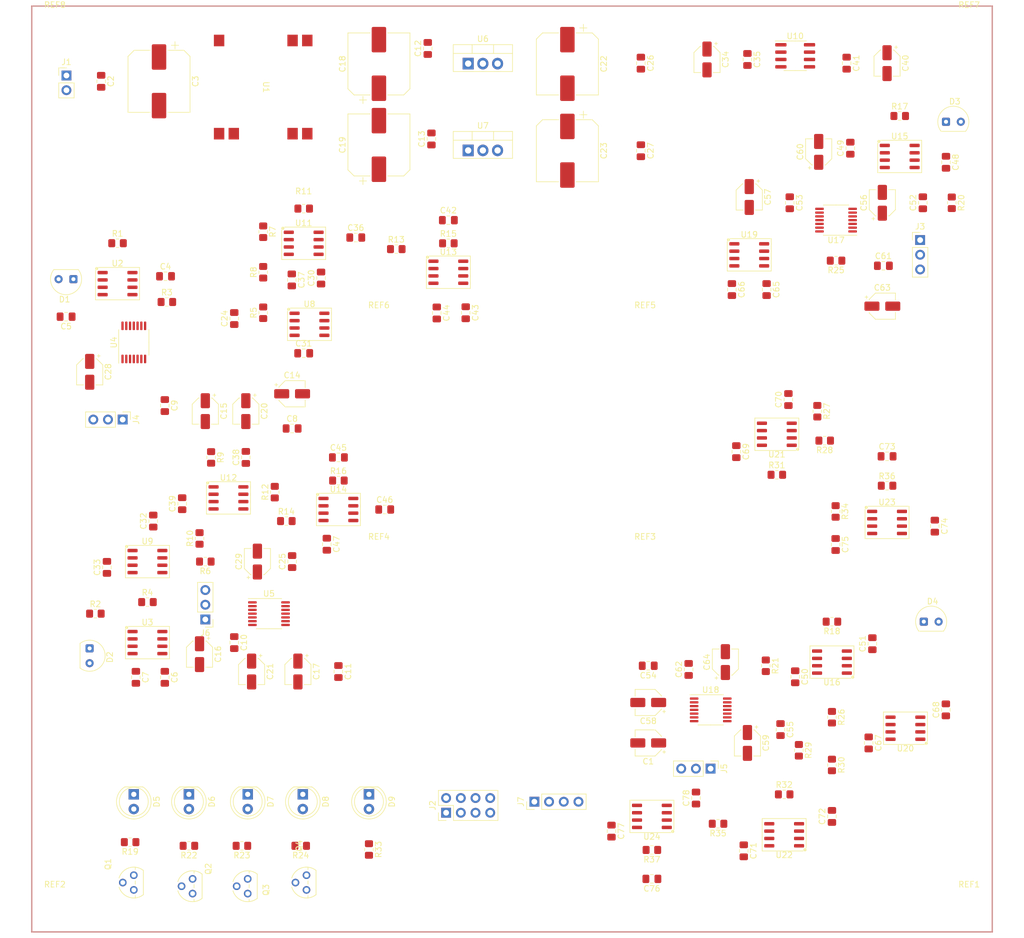
<source format=kicad_pcb>
(kicad_pcb (version 20211014) (generator pcbnew)
  (layers (0 "F.Cu" signal) (31 "B.Cu" signal) (34 "B.Paste" user) (35 "F.Paste" user) (36 "B.SilkS" user "B.Silkscreen") (37 "F.SilkS" user "F.Silkscreen") (38 "B.Mask" user) (39 "F.Mask" user) (44 "Edge.Cuts" user))
  (net 0 "")
  (net 1 "Net-(C1-Pad1)")
  (net 2 "GND")
  (net 3 "+5V")
  (net 4 "+12V")
  (net 5 "-12V")
  (net 6 "+15V")
  (net 7 "-15V")
  (net 8 "Net-(C20-Pad1)")
  (net 9 "Net-(C21-Pad1)")
  (net 10 "+10V")
  (net 11 "Net-(C42-Pad1)")
  (net 12 "V2")
  (net 13 "Net-(C45-Pad1)")
  (net 14 "V4")
  (net 15 "Net-(C60-Pad1)")
  (net 16 "Net-(C73-Pad1)")
  (net 17 "V1")
  (net 18 "Net-(C76-Pad1)")
  (net 19 "V3")
  (net 20 "Net-(D1-Pad1)")
  (net 21 "Net-(D2-Pad1)")
  (net 22 "Net-(D3-Pad1)")
  (net 23 "Net-(D4-Pad1)")
  (net 24 "Net-(D5-Pad2)")
  (net 25 "Net-(D6-Pad2)")
  (net 26 "Net-(D7-Pad2)")
  (net 27 "Net-(D8-Pad2)")
  (net 28 "Net-(D9-Pad2)")
  (net 29 "SDI")
  (net 30 "SDO")
  (net 31 "CLK")
  (net 32 "CS1{slash}")
  (net 33 "CS2{slash}")
  (net 34 "CS3{slash}")
  (net 35 "CS4{slash}")
  (net 37 "RL1")
  (net 38 "RW1")
  (net 39 "RH1")
  (net 40 "RL2")
  (net 41 "RW2")
  (net 42 "RH2")
  (net 43 "RL3")
  (net 44 "RW3")
  (net 45 "RH3")
  (net 46 "RL4")
  (net 47 "RW4")
  (net 48 "RH4")
  (net 49 "Net-(Q1-Pad2)")
  (net 50 "Net-(Q2-Pad2)")
  (net 51 "Net-(Q3-Pad2)")
  (net 52 "Net-(Q4-Pad2)")
  (net 53 "Net-(R1-Pad2)")
  (net 54 "Net-(R2-Pad2)")
  (net 55 "Net-(R5-Pad2)")
  (net 56 "Net-(R10-Pad1)")
  (net 57 "Net-(R11-Pad2)")
  (net 58 "Net-(R10-Pad2)")
  (net 59 "Net-(R11-Pad1)")
  (net 60 "Net-(R12-Pad1)")
  (net 61 "Net-(R17-Pad2)")
  (net 62 "Net-(R18-Pad2)")
  (net 63 "Net-(R25-Pad2)")
  (net 64 "Net-(R26-Pad2)")
  (net 65 "Net-(R27-Pad2)")
  (net 66 "Net-(R29-Pad2)")
  (net 67 "Net-(R31-Pad1)")
  (net 68 "Net-(R32-Pad1)")
  (footprint "Package_SO_AKL:SO-8_3.9x4.9mm_P1.27mm" (layer "F.Cu") (at 71 108)
    (fp_text reference "U8" (at 0 -3.5) (layer "F.SilkS"))
    (fp_text value "OPA602AU" hide)
    (pad "1" smd roundrect (at -2.575 -1.905) (size 1.75 0.6) (layers "F.Cu" "F.Paste" "F.Mask"))
    (pad "2" smd roundrect (at -2.575 -0.635) (size 1.75 0.6) (layers "F.Cu" "F.Paste" "F.Mask") (net 41 "RW2"))
    (pad "3" smd roundrect (at -2.575 0.635) (size 1.75 0.6) (layers "F.Cu" "F.Paste" "F.Mask") (net 2 "GND"))
    (pad "4" smd roundrect (at -2.575 1.905) (size 1.75 0.6) (layers "F.Cu" "F.Paste" "F.Mask") (net 5 "-12V"))
    (pad "5" smd roundrect (at 2.575 1.905) (size 1.75 0.6) (layers "F.Cu" "F.Paste" "F.Mask"))
    (pad "6" smd roundrect (at 2.575 0.635) (size 1.75 0.6) (layers "F.Cu" "F.Paste" "F.Mask") (net 55 "Net-(R5-Pad2)"))
    (pad "7" smd roundrect (at 2.575 -0.635) (size 1.75 0.6) (layers "F.Cu" "F.Paste" "F.Mask") (net 4 "+12V"))
    (pad "8" smd roundrect (at 2.575 -1.905) (size 1.75 0.6) (layers "F.Cu" "F.Paste" "F.Mask"))
  )
  (footprint "MountingHole:MountingHole_3.2mm_M3" (layer "F.Cu") (at 185 209)
    (fp_text reference "REF1" (at 0 -4.2) (layer "F.SilkS"))
    (fp_text value "MountingHole_3.2mm_M3")
    (pad "" np_thru_hole circle (at 0 0) (size 3.2 3.2) (drill 3.2) (layers F&B.Cu *.Mask))
  )
  (footprint "Capacitor_SMD:CP_Elec_4x5.8" (layer "F.Cu") (at 142.875 166.37 90)
    (fp_text reference "C64" (at 0 -3.2 90) (layer "F.SilkS"))
    (fp_text value "10u")
    (pad "1" smd roundrect (at -1.8 0 90) (size 2.6 1.6) (layers "F.Cu" "F.Paste" "F.Mask") (roundrect_rratio 0.15625) (net 5 "-12V"))
    (pad "2" smd roundrect (at 1.8 0 90) (size 2.6 1.6) (layers "F.Cu" "F.Paste" "F.Mask") (roundrect_rratio 0.15625) (net 2 "GND"))
  )
  (footprint "Resistor_SMD:R_0805_2012Metric_Pad1.20x1.40mm_HandSolder" (layer "F.Cu") (at 151.765 134)
    (fp_text reference "R31" (at 0 -1.65) (layer "F.SilkS"))
    (fp_text value "10k")
    (pad "1" smd roundrect (at -1 0) (size 1.2 1.4) (layers "F.Cu" "F.Paste" "F.Mask") (roundrect_rratio 0.208333) (net 67 "Net-(R31-Pad1)"))
    (pad "2" smd roundrect (at 1 0) (size 1.2 1.4) (layers "F.Cu" "F.Paste" "F.Mask") (roundrect_rratio 0.208333) (net 65 "Net-(R27-Pad2)"))
  )
  (footprint "Capacitor_SMD:CP_Elec_4x5.8" (layer "F.Cu") (at 68 120)
    (fp_text reference "C14" (at 0 -3.2) (layer "F.SilkS"))
    (fp_text value "10u")
    (pad "1" smd roundrect (at -1.8 0) (size 2.6 1.6) (layers "F.Cu" "F.Paste" "F.Mask") (roundrect_rratio 0.15625) (net 4 "+12V"))
    (pad "2" smd roundrect (at 1.8 0) (size 2.6 1.6) (layers "F.Cu" "F.Paste" "F.Mask") (roundrect_rratio 0.15625) (net 2 "GND"))
  )
  (footprint "Resistor_SMD:R_0805_2012Metric_Pad1.20x1.40mm_HandSolder" (layer "F.Cu") (at 54 131 -90)
    (fp_text reference "R9" (at 0 -1.65 90) (layer "F.SilkS"))
    (fp_text value "10k")
    (pad "1" smd roundrect (at -1 0 270) (size 1.2 1.4) (layers "F.Cu" "F.Paste" "F.Mask") (roundrect_rratio 0.208333) (net 10 "+10V"))
    (pad "2" smd roundrect (at 1 0 270) (size 1.2 1.4) (layers "F.Cu" "F.Paste" "F.Mask") (roundrect_rratio 0.208333) (net 58 "Net-(R10-Pad2)"))
  )
  (footprint "Capacitor_SMD:C_0805_2012Metric_Pad1.18x1.45mm_HandSolder" (layer "F.Cu") (at 79 93)
    (fp_text reference "C36" (at 0 -1.68) (layer "F.SilkS"))
    (fp_text value "100n")
    (pad "1" smd roundrect (at -1.0375 0) (size 1.175 1.45) (layers "F.Cu" "F.Paste" "F.Mask") (roundrect_rratio 0.212766) (net 4 "+12V"))
    (pad "2" smd roundrect (at 1.0375 0) (size 1.175 1.45) (layers "F.Cu" "F.Paste" "F.Mask") (roundrect_rratio 0.212766) (net 2 "GND"))
  )
  (footprint "Resistor_SMD:R_0805_2012Metric_Pad1.20x1.40mm_HandSolder" (layer "F.Cu") (at 161.29 159.385 180)
    (fp_text reference "R18" (at 0 -1.65) (layer "F.SilkS"))
    (fp_text value "10M")
    (pad "1" smd roundrect (at -1 0 180) (size 1.2 1.4) (layers "F.Cu" "F.Paste" "F.Mask") (roundrect_rratio 0.208333) (net 23 "Net-(D4-Pad1)"))
    (pad "2" smd roundrect (at 1 0 180) (size 1.2 1.4) (layers "F.Cu" "F.Paste" "F.Mask") (roundrect_rratio 0.208333) (net 62 "Net-(R18-Pad2)"))
  )
  (footprint "Package_SO_AKL:SO-8_3.9x4.9mm_P1.27mm" (layer "F.Cu") (at 173 78.995)
    (fp_text reference "U15" (at 0 -3.5) (layer "F.SilkS"))
    (fp_text value "OPA602AU" hide)
    (pad "1" smd roundrect (at -2.575 -1.905) (size 1.75 0.6) (layers "F.Cu" "F.Paste" "F.Mask"))
    (pad "2" smd roundrect (at -2.575 -0.635) (size 1.75 0.6) (layers "F.Cu" "F.Paste" "F.Mask") (net 22 "Net-(D3-Pad1)"))
    (pad "3" smd roundrect (at -2.575 0.635) (size 1.75 0.6) (layers "F.Cu" "F.Paste" "F.Mask") (net 2 "GND"))
    (pad "4" smd roundrect (at -2.575 1.905) (size 1.75 0.6) (layers "F.Cu" "F.Paste" "F.Mask") (net 5 "-12V"))
    (pad "5" smd roundrect (at 2.575 1.905) (size 1.75 0.6) (layers "F.Cu" "F.Paste" "F.Mask"))
    (pad "6" smd roundrect (at 2.575 0.635) (size 1.75 0.6) (layers "F.Cu" "F.Paste" "F.Mask") (net 61 "Net-(R17-Pad2)"))
    (pad "7" smd roundrect (at 2.575 -0.635) (size 1.75 0.6) (layers "F.Cu" "F.Paste" "F.Mask") (net 4 "+12V"))
    (pad "8" smd roundrect (at 2.575 -1.905) (size 1.75 0.6) (layers "F.Cu" "F.Paste" "F.Mask"))
  )
  (footprint "MountingHole:MountingHole_3.2mm_M3" (layer "F.Cu") (at 27 209)
    (fp_text reference "REF2" (at 0 -4.2) (layer "F.SilkS"))
    (fp_text value "MountingHole_3.2mm_M3")
    (pad "" np_thru_hole circle (at 0 0) (size 3.2 3.2) (drill 3.2) (layers *.Cu *.Mask))
  )
  (footprint "LED_THT:LED_D5.0mm" (layer "F.Cu") (at 69.85 189.225 -90)
    (fp_text reference "D8" (at 1.27 -3.96 -270) (layer "F.SilkS"))
    (fp_text value "LED")
    (pad "1" thru_hole rect (at 0 0 270) (size 1.8 1.8) (drill 0.9) (layers *.Cu *.Mask) (net 2 "GND"))
    (pad "2" thru_hole circle (at 2.54 0 270) (size 1.8 1.8) (drill 0.9) (layers *.Cu *.Mask) (net 27 "Net-(D8-Pad2)"))
  )
  (footprint "OptoDevice:Osram_SFH205" (layer "F.Cu") (at 177.165 159.385)
    (fp_text reference "D4" (at 1.52 -3.5) (layer "F.SilkS"))
    (fp_text value "D_Photo")
    (pad "1" thru_hole roundrect (at 0 0) (size 1.4 1.4) (drill 0.7) (layers *.Cu *.Mask) (roundrect_rratio 0.178) (net 23 "Net-(D4-Pad1)"))
    (pad "2" thru_hole circle (at 2.56 0) (size 1.4 1.4) (drill 0.7) (layers *.Cu *.Mask) (net 2 "GND"))
  )
  (footprint "Package_TO_SOT_THT:TO-220-3_Vertical" (layer "F.Cu") (at 98.425 62.945)
    (fp_text reference "U6" (at 2.54 -4.27) (layer "F.SilkS"))
    (fp_text value "L7812")
    (pad "1" thru_hole rect (at 0 0) (size 1.905 2) (drill 1.1) (layers *.Cu *.Mask) (net 6 "+15V"))
    (pad "2" thru_hole oval (at 2.54 0) (size 1.905 2) (drill 1.1) (layers *.Cu *.Mask) (net 2 "GND"))
    (pad "3" thru_hole oval (at 5.08 0) (size 1.905 2) (drill 1.1) (layers *.Cu *.Mask) (net 4 "+12V"))
  )
  (footprint "Package_SO_AKL:SO-8_3.9x4.9mm_P1.27mm" (layer "F.Cu") (at 130.175 193.04 180)
    (fp_text reference "U24" (at 0 -3.5) (layer "F.SilkS"))
    (fp_text value "OPA602AU" hide)
    (pad "1" smd roundrect (at -2.575 -1.905 180) (size 1.75 0.6) (layers "F.Cu" "F.Paste" "F.Mask"))
    (pad "2" smd roundrect (at -2.575 -0.635 180) (size 1.75 0.6) (layers "F.Cu" "F.Paste" "F.Mask") (net 18 "Net-(C76-Pad1)"))
    (pad "3" smd roundrect (at -2.575 0.635 180) (size 1.75 0.6) (layers "F.Cu" "F.Paste" "F.Mask") (net 2 "GND"))
    (pad "4" smd roundrect (at -2.575 1.905 180) (size 1.75 0.6) (layers "F.Cu" "F.Paste" "F.Mask") (net 5 "-12V"))
    (pad "5" smd roundrect (at 2.575 1.905 180) (size 1.75 0.6) (layers "F.Cu" "F.Paste" "F.Mask"))
    (pad "6" smd roundrect (at 2.575 0.635 180) (size 1.75 0.6) (layers "F.Cu" "F.Paste" "F.Mask") (net 19 "V3"))
    (pad "7" smd roundrect (at 2.575 -0.635 180) (size 1.75 0.6) (layers "F.Cu" "F.Paste" "F.Mask") (net 4 "+12V"))
    (pad "8" smd roundrect (at 2.575 -1.905 180) (size 1.75 0.6) (layers "F.Cu" "F.Paste" "F.Mask"))
  )
  (footprint "Capacitor_SMD:C_0805_2012Metric_Pad1.18x1.45mm_HandSolder" (layer "F.Cu") (at 28.94 106.68 180)
    (fp_text reference "C5" (at 0 -1.68) (layer "F.SilkS"))
    (fp_text value "100n")
    (pad "1" smd roundrect (at -1.0375 0 180) (size 1.175 1.45) (layers "F.Cu" "F.Paste" "F.Mask") (roundrect_rratio 0.212766) (net 5 "-12V"))
    (pad "2" smd roundrect (at 1.0375 0 180) (size 1.175 1.45) (layers "F.Cu" "F.Paste" "F.Mask") (roundrect_rratio 0.212766) (net 2 "GND"))
  )
  (footprint "Capacitor_SMD:C_0805_2012Metric_Pad1.18x1.45mm_HandSolder" (layer "F.Cu") (at 91.44 60.325 90)
    (fp_text reference "C12" (at 0 -1.68 90) (layer "F.SilkS"))
    (fp_text value "100n")
    (pad "1" smd roundrect (at -1.0375 0 90) (size 1.175 1.45) (layers "F.Cu" "F.Paste" "F.Mask") (roundrect_rratio 0.212766) (net 6 "+15V"))
    (pad "2" smd roundrect (at 1.0375 0 90) (size 1.175 1.45) (layers "F.Cu" "F.Paste" "F.Mask") (roundrect_rratio 0.212766) (net 2 "GND"))
  )
  (footprint "Connector_PinHeader_2.54mm:PinHeader_1x03_P2.54mm_Vertical" (layer "F.Cu") (at 38.72 124.46 -90)
    (fp_text reference "J4" (at 0 -2.33 90) (layer "F.SilkS"))
    (fp_text value "Conn_01x03_Male")
    (pad "1" thru_hole rect (at 0 0 270) (size 1.7 1.7) (drill 1) (layers *.Cu *.Mask) (net 40 "RL2"))
    (pad "2" thru_hole oval (at 0 2.54 270) (size 1.7 1.7) (drill 1) (layers *.Cu *.Mask) (net 41 "RW2"))
    (pad "3" thru_hole oval (at 0 5.08 270) (size 1.7 1.7) (drill 1) (layers *.Cu *.Mask) (net 42 "RH2"))
  )
  (footprint "Resistor_SMD:R_0805_2012Metric_Pad1.20x1.40mm_HandSolder" (layer "F.Cu") (at 76 135)
    (fp_text reference "R16" (at 0 -1.65) (layer "F.SilkS"))
    (fp_text value "10k")
    (pad "1" smd roundrect (at -1 0) (size 1.2 1.4) (layers "F.Cu" "F.Paste" "F.Mask") (roundrect_rratio 0.208333) (net 13 "Net-(C45-Pad1)"))
    (pad "2" smd roundrect (at 1 0) (size 1.2 1.4) (layers "F.Cu" "F.Paste" "F.Mask") (roundrect_rratio 0.208333) (net 14 "V4"))
  )
  (footprint "MountingHole:MountingHole_5.3mm_M5" (layer "F.Cu") (at 83 111)
    (fp_text reference "REF6" (at 0 -6.3) (layer "F.SilkS"))
    (fp_text value "MountingHole_5.3mm_M5")
    (pad "" np_thru_hole circle (at 0 0) (size 5.3 5.3) (drill 5.3) (layers *.Cu *.Mask))
  )
  (footprint "Resistor_SMD:R_0805_2012Metric_Pad1.20x1.40mm_HandSolder" (layer "F.Cu") (at 161.29 175.895 -90)
    (fp_text reference "R26" (at 0 -1.65 -270) (layer "F.SilkS"))
    (fp_text value "1k")
    (pad "1" smd roundrect (at -1 0 270) (size 1.2 1.4) (layers "F.Cu" "F.Paste" "F.Mask") (roundrect_rratio 0.208333) (net 43 "RL3"))
    (pad "2" smd roundrect (at 1 0 270) (size 1.2 1.4) (layers "F.Cu" "F.Paste" "F.Mask") (roundrect_rratio 0.208333) (net 64 "Net-(R26-Pad2)"))
  )
  (footprint "Resistor_SMD:R_0805_2012Metric_Pad1.20x1.40mm_HandSolder" (layer "F.Cu") (at 161.925 140.335 -90)
    (fp_text reference "R34" (at 0 -1.65 -270) (layer "F.SilkS"))
    (fp_text value "10k")
    (pad "1" smd roundrect (at -1 0 270) (size 1.2 1.4) (layers "F.Cu" "F.Paste" "F.Mask") (roundrect_rratio 0.208333) (net 67 "Net-(R31-Pad1)"))
    (pad "2" smd roundrect (at 1 0 270) (size 1.2 1.4) (layers "F.Cu" "F.Paste" "F.Mask") (roundrect_rratio 0.208333) (net 16 "Net-(C73-Pad1)"))
  )
  (footprint "Capacitor_SMD:C_0805_2012Metric_Pad1.18x1.45mm_HandSolder" (layer "F.Cu") (at 44 142 90)
    (fp_text reference "C32" (at 0 -1.68 90) (layer "F.SilkS"))
    (fp_text value "100n")
    (pad "1" smd roundrect (at -1.0375 0 90) (size 1.175 1.45) (layers "F.Cu" "F.Paste" "F.Mask") (roundrect_rratio 0.212766) (net 4 "+12V"))
    (pad "2" smd roundrect (at 1.0375 0 90) (size 1.175 1.45) (layers "F.Cu" "F.Paste" "F.Mask") (roundrect_rratio 0.212766) (net 2 "GND"))
  )
  (footprint "Resistor_SMD:R_0805_2012Metric_Pad1.20x1.40mm_HandSolder" (layer "F.Cu") (at 141.605 194.31 180)
    (fp_text reference "R35" (at 0 -1.65) (layer "F.SilkS"))
    (fp_text value "10k")
    (pad "1" smd roundrect (at -1 0 180) (size 1.2 1.4) (layers "F.Cu" "F.Paste" "F.Mask") (roundrect_rratio 0.208333) (net 68 "Net-(R32-Pad1)"))
    (pad "2" smd roundrect (at 1 0 180) (size 1.2 1.4) (layers "F.Cu" "F.Paste" "F.Mask") (roundrect_rratio 0.208333) (net 18 "Net-(C76-Pad1)"))
  )
  (footprint "Capacitor_SMD:C_0805_2012Metric_Pad1.18x1.45mm_HandSolder" (layer "F.Cu") (at 167.64 180.34 -90)
    (fp_text reference "C67" (at 0 -1.68 90) (layer "F.SilkS"))
    (fp_text value "100n")
    (pad "1" smd roundrect (at -1.0375 0 270) (size 1.175 1.45) (layers "F.Cu" "F.Paste" "F.Mask") (roundrect_rratio 0.212766) (net 4 "+12V"))
    (pad "2" smd roundrect (at 1.0375 0 270) (size 1.175 1.45) (layers "F.Cu" "F.Paste" "F.Mask") (roundrect_rratio 0.212766) (net 2 "GND"))
  )
  (footprint "Capacitor_SMD:CP_Elec_10x14.3" (layer "F.Cu") (at 45 66 -90)
    (fp_text reference "C3" (at 0 -6.3 90) (layer "F.SilkS"))
    (fp_text value "100u")
    (pad "1" smd roundrect (at -4.2 0 270) (size 4.4 2.5) (layers "F.Cu" "F.Paste" "F.Mask") (roundrect_rratio 0.1) (net 3 "+5V"))
    (pad "2" smd roundrect (at 4.2 0 270) (size 4.4 2.5) (layers "F.Cu" "F.Paste" "F.Mask") (roundrect_rratio 0.1) (net 2 "GND"))
  )
  (footprint "Capacitor_SMD:CP_Elec_4x5.8" (layer "F.Cu") (at 129.54 180.34 180)
    (fp_text reference "C1" (at 0 -3.2) (layer "F.SilkS"))
    (fp_text value "1u")
    (pad "1" smd roundrect (at -1.8 0 180) (size 2.6 1.6) (layers "F.Cu" "F.Paste" "F.Mask") (roundrect_rratio 0.15625) (net 1 "Net-(C1-Pad1)"))
    (pad "2" smd roundrect (at 1.8 0 180) (size 2.6 1.6) (layers "F.Cu" "F.Paste" "F.Mask") (roundrect_rratio 0.15625) (net 2 "GND"))
  )
  (footprint "Capacitor_SMD:C_0805_2012Metric_Pad1.18x1.45mm_HandSolder" (layer "F.Cu") (at 163.83 62.865 -90)
    (fp_text reference "C41" (at 0 -1.68 90) (layer "F.SilkS"))
    (fp_text value "100n")
    (pad "1" smd roundrect (at -1.0375 0 270) (size 1.175 1.45) (layers "F.Cu" "F.Paste" "F.Mask") (roundrect_rratio 0.212766) (net 10 "+10V"))
    (pad "2" smd roundrect (at 1.0375 0 270) (size 1.175 1.45) (layers "F.Cu" "F.Paste" "F.Mask") (roundrect_rratio 0.212766) (net 2 "GND"))
  )
  (footprint "Connector_PinHeader_2.54mm:PinHeader_1x04_P2.54mm_Vertical" (layer "F.Cu") (at 109.865 190.5 90)
    (fp_text reference "J7" (at 0 -2.33 90) (layer "F.SilkS"))
    (fp_text value "Conn_01x04_Male")
    (pad "1" thru_hole rect (at 0 0 90) (size 1.7 1.7) (drill 1) (layers *.Cu *.Mask) (net 14 "V4"))
    (pad "2" thru_hole oval (at 0 2.54 90) (size 1.7 1.7) (drill 1) (layers *.Cu *.Mask) (net 19 "V3"))
    (pad "3" thru_hole oval (at 0 5.08 90) (size 1.7 1.7) (drill 1) (layers *.Cu *.Mask) (net 12 "V2"))
    (pad "4" thru_hole oval (at 0 7.62 90) (size 1.7 1.7) (drill 1) (layers *.Cu *.Mask) (net 17 "V1"))
  )
  (footprint "Capacitor_SMD:C_0805_2012Metric_Pad1.18x1.45mm_HandSolder" (layer "F.Cu") (at 154 86.995 -90)
    (fp_text reference "C53" (at 0 -1.68 90) (layer "F.SilkS"))
    (fp_text value "100n")
    (pad "1" smd roundrect (at -1.0375 0 270) (size 1.175 1.45) (layers "F.Cu" "F.Paste" "F.Mask") (roundrect_rratio 0.212766) (net 3 "+5V"))
    (pad "2" smd roundrect (at 1.0375 0 270) (size 1.175 1.45) (layers "F.Cu" "F.Paste" "F.Mask") (roundrect_rratio 0.212766) (net 2 "GND"))
  )
  (footprint "Resistor_SMD:R_0805_2012Metric_Pad1.20x1.40mm_HandSolder" (layer "F.Cu") (at 160.035 128.095 180)
    (fp_text reference "R28" (at 0 -1.65) (layer "F.SilkS"))
    (fp_text value "10k")
    (pad "1" smd roundrect (at -1 0 180) (size 1.2 1.4) (layers "F.Cu" "F.Paste" "F.Mask") (roundrect_rratio 0.208333) (net 63 "Net-(R25-Pad2)"))
    (pad "2" smd roundrect (at 1 0 180) (size 1.2 1.4) (layers "F.Cu" "F.Paste" "F.Mask") (roundrect_rratio 0.208333) (net 65 "Net-(R27-Pad2)"))
  )
  (footprint "Resistor_SMD:R_0805_2012Metric_Pad1.20x1.40mm_HandSolder" (layer "F.Cu") (at 63 99 90)
    (fp_text reference "R8" (at 0 -1.65 90) (layer "F.SilkS"))
    (fp_text value "10k")
    (pad "1" smd roundrect (at -1 0 90) (size 1.2 1.4) (layers "F.Cu" "F.Paste" "F.Mask") (roundrect_rratio 0.208333) (net 55 "Net-(R5-Pad2)"))
    (pad "2" smd roundrect (at 1 0 90) (size 1.2 1.4) (layers "F.Cu" "F.Paste" "F.Mask") (roundrect_rratio 0.208333) (net 57 "Net-(R11-Pad2)"))
  )
  (footprint "Package_SO:TSSOP-14_4.4x5mm_P0.65mm" (layer "F.Cu") (at 64 158)
    (fp_text reference "U5" (at 0 -3.45) (layer "F.SilkS"))
    (fp_text value "AD5293")
    (pad "1" smd roundrect (at -2.8625 -1.95) (size 1.475 0.4) (layers "F.Cu" "F.Paste" "F.Mask") (net 3 "+5V"))
    (pad "2" smd roundrect (at -2.8625 -1.3) (size 1.475 0.4) (layers "F.Cu" "F.Paste" "F.Mask") (net 5 "-12V"))
    (pad "3" smd roundrect (at -2.8625 -0.65) (size 1.475 0.4) (layers "F.Cu" "F.Paste" "F.Mask") (net 48 "RH4"))
    (pad "4" smd roundrect (at -2.8625 0) (size 1.475 0.4) (layers "F.Cu" "F.Paste" "F.Mask") (net 47 "RW4"))
    (pad "5" smd roundrect (at -2.8625 0.65) (size 1.475 0.4) (layers "F.Cu" "F.Paste" "F.Mask") (net 46 "RL4"))
    (pad "6" smd roundrect (at -2.8625 1.3) (size 1.475 0.4) (layers "F.Cu" "F.Paste" "F.Mask") (net 4 "+12V"))
    (pad "7" smd roundrect (at -2.8625 1.95) (size 1.475 0.4) (layers "F.Cu" "F.Paste" "F.Mask") (net 9 "Net-(C21-Pad1)"))
    (pad "8" smd roundrect (at 2.8625 1.95) (size 1.475 0.4) (layers "F.Cu" "F.Paste" "F.Mask") (net 3 "+5V"))
    (pad "9" smd roundrect (at 2.8625 1.3) (size 1.475 0.4) (layers "F.Cu" "F.Paste" "F.Mask") (net 2 "GND"))
    (pad "10" smd roundrect (at 2.8625 0.65) (size 1.475 0.4) (layers "F.Cu" "F.Paste" "F.Mask") (net 29 "SDI"))
    (pad "11" smd roundrect (at 2.8625 0) (size 1.475 0.4) (layers "F.Cu" "F.Paste" "F.Mask") (net 31 "CLK"))
    (pad "12" smd roundrect (at 2.8625 -0.65) (size 1.475 0.4) (layers "F.Cu" "F.Paste" "F.Mask") (net 33 "CS2{slash}"))
    (pad "13" smd roundrect (at 2.8625 -1.3) (size 1.475 0.4) (layers "F.Cu" "F.Paste" "F.Mask") (net 30 "SDO"))
    (pad "14" smd roundrect (at 2.8625 -1.95) (size 1.475 0.4) (layers "F.Cu" "F.Paste" "F.Mask"))
  )
  (footprint "J111:TO92" (layer "F.Cu") (at 39.37 204.47 90)
    (fp_text reference "Q1" (at 3.175 -3.175 90) (layer "F.SilkS"))
    (fp_text value "J111")
    (pad "1" thru_hole circle locked (at 1.27 1.27 90) (size 1.3208 1.3208) (drill 0.8128) (layers *.Cu *.Mask) (net 24 "Net-(D5-Pad2)"))
    (pad "2" thru_hole circle locked (at 0 -0.635 90) (size 1.3208 1.3208) (drill 0.8128) (layers *.Cu *.Mask) (net 49 "Net-(Q1-Pad2)"))
    (pad "3" thru_hole circle locked (at -1.27 1.27 90) (size 1.3208 1.3208) (drill 0.8128) (layers *.Cu *.Mask) (net 3 "+5V"))
  )
  (footprint "traco:TDR_3SM" (layer "F.Cu") (at 63 67 -90)
    (fp_text reference "U1" (at 0 -0.5 -90 unlocked) (layer "F.SilkS"))
    (fp_text value "TDR_3-0523SM")
    (pad "1" smd rect (at 8.05 7.62 270) (size 2 1.8) (layers "F.Cu" "F.Paste" "F.Mask") (net 2 "GND"))
    (pad "2" smd rect (at 8.05 5.08 270) (size 2 1.8) (layers "F.Cu" "F.Paste" "F.Mask"))
    (pad "6" smd rect (at 8.05 -5.08 270) (size 2 1.8) (layers "F.Cu" "F.Paste" "F.Mask"))
    (pad "7" smd rect (at 8.05 -7.62 270) (size 2 1.8) (layers "F.Cu" "F.Paste" "F.Mask") (net 7 "-15V"))
    (pad "8" smd rect (at -8.05 -7.62 270) (size 2 1.8) (layers "F.Cu" "F.Paste" "F.Mask") (net 6 "+15V"))
    (pad "9" smd rect (at -8.05 -5.08 270) (size 2 1.8) (layers "F.Cu" "F.Paste" "F.Mask"))
    (pad "14" smd rect (at -8.05 7.62 270) (size 2 1.8) (layers "F.Cu" "F.Paste" "F.Mask") (net 3 "+5V"))
  )
  (footprint "Capacitor_SMD:C_0805_2012Metric_Pad1.18x1.45mm_HandSolder" (layer "F.Cu") (at 46.1225 99.695)
    (fp_text reference "C4" (at 0 -1.68) (layer "F.SilkS"))
    (fp_text value "100n")
    (pad "1" smd roundrect (at -1.0375 0) (size 1.175 1.45) (layers "F.Cu" "F.Paste" "F.Mask") (roundrect_rratio 0.212766) (net 4 "+12V"))
    (pad "2" smd roundrect (at 1.0375 0) (size 1.175 1.45) (layers "F.Cu" "F.Paste" "F.Mask") (roundrect_rratio 0.212766) (net 2 "GND"))
  )
  (footprint "Resistor_SMD:R_0805_2012Metric_Pad1.20x1.40mm_HandSolder" (layer "F.Cu") (at 130.175 198.835 180)
    (fp_text reference "R37" (at 0 -1.65) (layer "F.SilkS"))
    (fp_text value "R")
    (pad "1" smd roundrect (at -1 0 180) (size 1.2 1.4) (layers "F.Cu" "F.Paste" "F.Mask") (roundrect_rratio 0.208333) (net 18 "Net-(C76-Pad1)"))
    (pad "2" smd roundrect (at 1 0 180) (size 1.2 1.4) (layers "F.Cu" "F.Paste" "F.Mask") (roundrect_rratio 0.208333) (net 19 "V3"))
  )
  (footprint "Capacitor_SMD:CP_Elec_4x5.8" (layer "F.Cu") (at 69 168 -90)
    (fp_text reference "C17" (at 0 -3.2 90) (layer "F.SilkS"))
    (fp_text value "10u")
    (pad "1" smd roundrect (at -1.8 0 270) (size 2.6 1.6) (layers "F.Cu" "F.Paste" "F.Mask") (roundrect_rratio 0.15625) (net 3 "+5V"))
    (pad "2" smd roundrect (at 1.8 0 270) (size 2.6 1.6) (layers "F.Cu" "F.Paste" "F.Mask") (roundrect_rratio 0.15625) (net 2 "GND"))
  )
  (footprint "Capacitor_SMD:CP_Elec_4x5.8" (layer "F.Cu") (at 170.815 62.865 -90)
    (fp_text reference "C40" (at 0 -3.2 90) (layer "F.SilkS"))
    (fp_text value "10u")
    (pad "1" smd roundrect (at -1.8 0 270) (size 2.6 1.6) (layers "F.Cu" "F.Paste" "F.Mask") (roundrect_rratio 0.15625) (net 10 "+10V"))
    (pad "2" smd roundrect (at 1.8 0 270) (size 2.6 1.6) (layers "F.Cu" "F.Paste" "F.Mask") (roundrect_rratio 0.15625) (net 2 "GND"))
  )
  (footprint "Package_SO:TSSOP-14_4.4x5mm_P0.65mm" (layer "F.Cu") (at 140.335 174.625)
    (fp_text reference "U18" (at 0 -3.45) (layer "F.SilkS"))
    (fp_text value "AD5293")
    (pad "1" smd roundrect (at -2.8625 -1.95) (size 1.475 0.4) (layers "F.Cu" "F.Paste" "F.Mask") (net 3 "+5V"))
    (pad "2" smd roundrect (at -2.8625 -1.3) (size 1.475 0.4) (layers "F.Cu" "F.Paste" "F.Mask") (net 5 "-12V"))
    (pad "3" smd roundrect (at -2.8625 -0.65) (size 1.475 0.4) (layers "F.Cu" "F.Paste" "F.Mask") (net 45 "RH3"))
    (pad "4" smd roundrect (at -2.8625 0) (size 1.475 0.4) (layers "F.Cu" "F.Paste" "F.Mask") (net 44 "RW3"))
    (pad "5" smd roundrect (at -2.8625 0.65) (size 1.475 0.4) (layers "F.Cu" "F.Paste" "F.Mask") (net 43 "RL3"))
    (pad "6" smd roundrect (at -2.8625 1.3) (size 1.475 0.4) (layers "F.Cu" "F.Paste" "F.Mask") (net 4 "+12V"))
    (pad "7" smd roundrect (at -2.8625 1.95) (size 1.475 0.4) (layers "F.Cu" "F.Paste" "F.Mask") (net 1 "Net-(C1-Pad1)"))
    (pad "8" smd roundrect (at 2.8625 1.95) (size 1.475 0.4) (layers "F.Cu" "F.Paste" "F.Mask") (net 3 "+5V"))
    (pad "9" smd roundrect (at 2.8625 1.3) (size 1.475 0.4) (layers "F.Cu" "F.Paste" "F.Mask") (net 2 "GND"))
    (pad "10" smd roundrect (at 2.8625 0.65) (size 1.475 0.4) (layers "F.Cu" "F.Paste" "F.Mask") (net 29 "SDI"))
    (pad "11" smd roundrect (at 2.8625 0) (size 1.475 0.4) (layers "F.Cu" "F.Paste" "F.Mask") (net 31 "CLK"))
    (pad "12" smd roundrect (at 2.8625 -0.65) (size 1.475 0.4) (layers "F.Cu" "F.Paste" "F.Mask") (net 35 "CS4{slash}"))
    (pad "13" smd roundrect (at 2.8625 -1.3) (size 1.475 0.4) (layers "F.Cu" "F.Paste" "F.Mask") (net 30 "SDO"))
    (pad "14" smd roundrect (at 2.8625 -1.95) (size 1.475 0.4) (layers "F.Cu" "F.Paste" "F.Mask"))
  )
  (footprint "Resistor_SMD:R_0805_2012Metric_Pad1.20x1.40mm_HandSolder" (layer "F.Cu") (at 50.165 198.12 180)
    (fp_text reference "R22" (at 0 -1.65) (layer "F.SilkS"))
    (fp_text value "50")
    (pad "1" smd roundrect (at -1 0 180) (size 1.2 1.4) (layers "F.Cu" "F.Paste" "F.Mask") (roundrect_rratio 0.208333) (net 25 "Net-(D6-Pad2)"))
    (pad "2" smd roundrect (at 1 0 180) (size 1.2 1.4) (layers "F.Cu" "F.Paste" "F.Mask") (roundrect_rratio 0.208333) (net 50 "Net-(Q2-Pad2)"))
  )
  (footprint "Package_SO:SOIC-8_3.9x4.9mm_P1.27mm" (layer "F.Cu") (at 154.94 61.595)
    (fp_text reference "U10" (at 0 -3.4) (layer "F.SilkS"))
    (fp_text value "ADR01")
    (pad "1" smd roundrect (at -2.475 -1.905) (size 1.95 0.6) (layers "F.Cu" "F.Paste" "F.Mask"))
    (pad "2" smd roundrect (at -2.475 -0.635) (size 1.95 0.6) (layers "F.Cu" "F.Paste" "F.Mask") (net 4 "+12V"))
    (pad "3" smd roundrect (at -2.475 0.635) (size 1.95 0.6) (layers "F.Cu" "F.Paste" "F.Mask"))
    (pad "4" smd roundrect (at -2.475 1.905) (size 1.95 0.6) (layers "F.Cu" "F.Paste" "F.Mask") (net 2 "GND"))
    (pad "5" smd roundrect (at 2.475 1.905) (size 1.95 0.6) (layers "F.Cu" "F.Paste" "F.Mask"))
    (pad "6" smd roundrect (at 2.475 0.635) (size 1.95 0.6) (layers "F.Cu" "F.Paste" "F.Mask") (net 10 "+10V"))
    (pad "7" smd roundrect (at 2.475 -0.635) (size 1.95 0.6) (layers "F.Cu" "F.Paste" "F.Mask"))
    (pad "8" smd roundrect (at 2.475 -1.905) (size 1.95 0.6) (layers "F.Cu" "F.Paste" "F.Mask"))
  )
  (footprint "Capacitor_SMD:CP_Elec_10x14.3" (layer "F.Cu") (at 83 77 90)
    (fp_text reference "C19" (at 0 -6.3 90) (layer "F.SilkS"))
    (fp_text value "100u")
    (pad "1" smd roundrect (at -4.2 0 90) (size 4.4 2.5) (layers "F.Cu" "F.Paste" "F.Mask") (roundrect_rratio 0.1) (net 2 "GND"))
    (pad "2" smd roundrect (at 4.2 0 90) (size 4.4 2.5) (layers "F.Cu" "F.Paste" "F.Mask") (roundrect_rratio 0.1) (net 7 "-15V"))
  )
  (footprint "Resistor_SMD:R_0805_2012Metric_Pad1.20x1.40mm_HandSolder" (layer "F.Cu") (at 173 71.995)
    (fp_text reference "R17" (at 0 -1.65) (layer "F.SilkS"))
    (fp_text value "10M")
    (pad "1" smd roundrect (at -1 0) (size 1.2 1.4) (layers "F.Cu" "F.Paste" "F.Mask") (roundrect_rratio 0.208333) (net 22 "Net-(D3-Pad1)"))
    (pad "2" smd roundrect (at 1 0) (size 1.2 1.4) (layers "F.Cu" "F.Paste" "F.Mask") (roundrect_rratio 0.208333) (net 61 "Net-(R17-Pad2)"))
  )
  (footprint "Capacitor_SMD:C_0805_2012Metric_Pad1.18x1.45mm_HandSolder" (layer "F.Cu") (at 177 86.995 90)
    (fp_text reference "C52" (at 0 -1.68 90) (layer "F.SilkS"))
    (fp_text value "100n")
    (pad "1" smd roundrect (at -1.0375 0 90) (size 1.175 1.45) (layers "F.Cu" "F.Paste" "F.Mask") (roundrect_rratio 0.212766) (net 4 "+12V"))
    (pad "2" smd roundrect (at 1.0375 0 90) (size 1.175 1.45) (layers "F.Cu" "F.Paste" "F.Mask") (roundrect_rratio 0.212766) (net 2 "GND"))
  )
  (footprint "Capacitor_SMD:C_0805_2012Metric_Pad1.18x1.45mm_HandSolder" (layer "F.Cu") (at 95 90)
    (fp_text reference "C42" (at 0 -1.68) (layer "F.SilkS"))
    (fp_text value "15u")
    (pad "1" smd roundrect (at -1.0375 0) (size 1.175 1.45) (layers "F.Cu" "F.Paste" "F.Mask") (roundrect_rratio 0.212766) (net 11 "Net-(C42-Pad1)"))
    (pad "2" smd roundrect (at 1.0375 0) (size 1.175 1.45) (layers "F.Cu" "F.Paste" "F.Mask") (roundrect_rratio 0.212766) (net 12 "V2"))
  )
  (footprint "Package_SO_AKL:SO-8_3.9x4.9mm_P1.27mm" (layer "F.Cu") (at 57 138)
    (fp_text reference "U12" (at 0 -3.5) (layer "F.SilkS"))
    (fp_text value "OPA602AU" hide)
    (pad "1" smd roundrect (at -2.575 -1.905) (size 1.75 0.6) (layers "F.Cu" "F.Paste" "F.Mask"))
    (pad "2" smd roundrect (at -2.575 -0.635) (size 1.75 0.6) (layers "F.Cu" "F.Paste" "F.Mask") (net 58 "Net-(R10-Pad2)"))
    (pad "3" smd roundrect (at -2.575 0.635) (size 1.75 0.6) (layers "F.Cu" "F.Paste" "F.Mask") (net 2 "GND"))
    (pad "4" smd roundrect (at -2.575 1.905) (size 1.75 0.6) (layers "F.Cu" "F.Paste" "F.Mask") (net 5 "-12V"))
    (pad "5" smd roundrect (at 2.575 1.905) (size 1.75 0.6) (layers "F.Cu" "F.Paste" "F.Mask"))
    (pad "6" smd roundrect (at 2.575 0.635) (size 1.75 0.6) (layers "F.Cu" "F.Paste" "F.Mask") (net 60 "Net-(R12-Pad1)"))
    (pad "7" smd roundrect (at 2.575 -0.635) (size 1.75 0.6) (layers "F.Cu" "F.Paste" "F.Mask") (net 4 "+12V"))
    (pad "8" smd roundrect (at 2.575 -1.905) (size 1.75 0.6) (layers "F.Cu" "F.Paste" "F.Mask"))
  )
  (footprint "Capacitor_SMD:C_0805_2012Metric_Pad1.18x1.45mm_HandSolder" (layer "F.Cu") (at 146.05 198.9875 -90)
    (fp_text reference "C71" (at 0 -1.68 90) (layer "F.SilkS"))
    (fp_text value "100n")
    (pad "1" smd roundrect (at -1.0375 0 270) (size 1.175 1.45) (layers "F.Cu" "F.Paste" "F.Mask") (roundrect_rratio 0.212766) (net 4 "+12V"))
    (pad "2" smd roundrect (at 1.0375 0 270) (size 1.175 1.45) (layers "F.Cu" "F.Paste" "F.Mask") (roundrect_rratio 0.212766) (net 2 "GND"))
  )
  (footprint "Capacitor_SMD:C_0805_2012Metric_Pad1.18x1.45mm_HandSolder" (layer "F.Cu") (at 73 100 90)
    (fp_text reference "C30" (at 0 -1.68 90) (layer "F.SilkS"))
    (fp_text value "100n")
    (pad "1" smd roundrect (at -1.0375 0 90) (size 1.175 1.45) (layers "F.Cu" "F.Paste" "F.Mask") (roundrect_rratio 0.212766) (net 4 "+12V"))
    (pad "2" smd roundrect (at 1.0375 0 90) (size 1.175 1.45) (layers "F.Cu" "F.Paste" "F.Mask") (roundrect_rratio 0.212766) (net 2 "GND"))
  )
  (footprint "Capacitor_SMD:C_0805_2012Metric_Pad1.18x1.45mm_HandSolder" (layer "F.Cu") (at 179.07 142.875 -90)
    (fp_text reference "C74" (at 0 -1.68 90) (layer "F.SilkS"))
    (fp_text value "100n")
    (pad "1" smd roundrect (at -1.0375 0 270) (size 1.175 1.45) (layers "F.Cu" "F.Paste" "F.Mask") (roundrect_rratio 0.212766) (net 4 "+12V"))
    (pad "2" smd roundrect (at 1.0375 0 270) (size 1.175 1.45) (layers "F.Cu" "F.Paste" "F.Mask") (roundrect_rratio 0.212766) (net 2 "GND"))
  )
  (footprint "Capacitor_SMD:CP_Elec_4x5.8" (layer "F.Cu") (at 129.54 173.355 180)
    (fp_text reference "C58" (at 0 -3.2) (layer "F.SilkS"))
    (fp_text value "10u")
    (pad "1" smd roundrect (at -1.8 0 180) (size 2.6 1.6) (layers "F.Cu" "F.Paste" "F.Mask") (roundrect_rratio 0.15625) (net 4 "+12V"))
    (pad "2" smd roundrect (at 1.8 0 180) (size 2.6 1.6) (layers "F.Cu" "F.Paste" "F.Mask") (roundrect_rratio 0.15625) (net 2 "GND"))
  )
  (footprint "Capacitor_SMD:C_0805_2012Metric_Pad1.18x1.45mm_HandSolder" (layer "F.Cu") (at 129.54 167.005 180)
    (fp_text reference "C54" (at 0 -1.68) (layer "F.SilkS"))
    (fp_text value "100n")
    (pad "1" smd roundrect (at -1.0375 0 180) (size 1.175 1.45) (layers "F.Cu" "F.Paste" "F.Mask") (roundrect_rratio 0.212766) (net 4 "+12V"))
    (pad "2" smd roundrect (at 1.0375 0 180) (size 1.175 1.45) (layers "F.Cu" "F.Paste" "F.Mask") (roundrect_rratio 0.212766) (net 2 "GND"))
  )
  (footprint "Resistor_SMD:R_0805_2012Metric_Pad1.20x1.40mm_HandSolder" (layer "F.Cu") (at 63 92 -90)
    (fp_text reference "R7" (at 0 -1.65 90) (layer "F.SilkS"))
    (fp_text value "10k")
    (pad "1" smd roundrect (at -1 0 270) (size 1.2 1.4) (layers "F.Cu" "F.Paste" "F.Mask") (roundrect_rratio 0.208333) (net 10 "+10V"))
    (pad "2" smd roundrect (at 1 0 270) (size 1.2 1.4) (layers "F.Cu" "F.Paste" "F.Mask") (roundrect_rratio 0.208333) (net 57 "Net-(R11-Pad2)"))
  )
  (footprint "Package_SO:TSSOP-14_4.4x5mm_P0.65mm" (layer "F.Cu") (at 162 89.995 180)
    (fp_text reference "U17" (at 0 -3.45) (layer "F.SilkS"))
    (fp_text value "AD5293")
    (pad "1" smd roundrect (at -2.8625 -1.95 180) (size 1.475 0.4) (layers "F.Cu" "F.Paste" "F.Mask") (net 3 "+5V"))
    (pad "2" smd roundrect (at -2.8625 -1.3 180) (size 1.475 0.4) (layers "F.Cu" "F.Paste" "F.Mask") (net 5 "-12V"))
    (pad "3" smd roundrect (at -2.8625 -0.65 180) (size 1.475 0.4) (layers "F.Cu" "F.Paste" "F.Mask") (net 39 "RH1"))
    (pad "4" smd roundrect (at -2.8625 0 180) (size 1.475 0.4) (layers "F.Cu" "F.Paste" "F.Mask") (net 38 "RW1"))
    (pad "5" smd roundrect (at -2.8625 0.65 180) (size 1.475 0.4) (layers "F.Cu" "F.Paste" "F.Mask") (net 37 "RL1"))
    (pad "6" smd roundrect (at -2.8625 1.3 180) (size 1.475 0.4) (layers "F.Cu" "F.Paste" "F.Mask") (net 4 "+12V"))
    (pad "7" smd roundrect (at -2.8625 1.95 180) (size 1.475 0.4) (layers "F.Cu" "F.Paste" "F.Mask") (net 15 "Net-(C60-Pad1)"))
    (pad "8" smd roundrect (at 2.8625 1.95 180) (size 1.475 0.4) (layers "F.Cu" "F.Paste" "F.Mask") (net 3 "+5V"))
    (pad "9" smd roundrect (at 2.8625 1.3 180) (size 1.475 0.4) (layers "F.Cu" "F.Paste" "F.Mask") (net 2 "GND"))
    (pad "10" smd roundrect (at 2.8625 0.65 180) (size 1.475 0.4) (layers "F.Cu" "F.Paste" "F.Mask") (net 29 "SDI"))
    (pad "11" smd roundrect (at 2.8625 0 180) (size 1.475 0.4) (layers "F.Cu" "F.Paste" "F.Mask") (net 31 "CLK"))
    (pad "12" smd roundrect (at 2.8625 -0.65 180) (size 1.475 0.4) (layers "F.Cu" "F.Paste" "F.Mask") (net 34 "CS3{slash}"))
    (pad "13" smd roundrect (at 2.8625 -1.3 180) (size 1.475 0.4) (layers "F.Cu" "F.Paste" "F.Mask") (net 30 "SDO"))
    (pad "14" smd roundrect (at 2.8625 -1.95 180) (size 1.475 0.4) (layers "F.Cu" "F.Paste" "F.Mask"))
  )
  (footprint "Resistor_SMD:R_0805_2012Metric_Pad1.20x1.40mm_HandSolder" (layer "F.Cu") (at 155.575 181.61 -90)
    (fp_text reference "R29" (at 0 -1.65 90) (layer "F.SilkS"))
    (fp_text value "10k")
    (pad "1" smd roundrect (at -1 0 270) (size 1.2 1.4) (layers "F.Cu" "F.Paste" "F.Mask") (roundrect_rratio 0.208333) (net 10 "+10V"))
    (pad "2" smd roundrect (at 1 0 270) (size 1.2 1.4) (layers "F.Cu" "F.Paste" "F.Mask") (roundrect_rratio 0.208333) (net 66 "Net-(R29-Pad2)"))
  )
  (footprint "Capacitor_SMD:C_0805_2012Metric_Pad1.18x1.45mm_HandSolder" (layer "F.Cu") (at 58 163 -90)
    (fp_text reference "C10" (at 0 -1.68 90) (layer "F.SilkS"))
    (fp_text value "100n")
    (pad "1" smd roundrect (at -1.0375 0 270) (size 1.175 1.45) (layers "F.Cu" "F.Paste" "F.Mask") (roundrect_rratio 0.212766) (net 4 "+12V"))
    (pad "2" smd roundrect (at 1.0375 0 270) (size 1.175 1.45) (layers "F.Cu" "F.Paste" "F.Mask") (roundrect_rratio 0.212766) (net 2 "GND"))
  )
  (footprint "Capacitor_SMD:C_0805_2012Metric_Pad1.18x1.45mm_HandSolder" (layer "F.Cu") (at 180.975 174.625 90)
    (fp_text reference "C68" (at 0 -1.68 90) (layer "F.SilkS"))
    (fp_text value "100n")
    (pad "1" smd roundrect (at -1.0375 0 90) (size 1.175 1.45) (layers "F.Cu" "F.Paste" "F.Mask") (roundrect_rratio 0.212766) (net 5 "-12V"))
    (pad "2" smd roundrect (at 1.0375 0 90) (size 1.175 1.45) (layers "F.Cu" "F.Paste" "F.Mask") (roundrect_rratio 0.212766) (net 2 "GND"))
  )
  (footprint "Resistor_SMD:R_0805_2012Metric_Pad1.20x1.40mm_HandSolder" (layer "F.Cu") (at 182 86.995 -90)
    (fp_text reference "R20" (at 0 -1.65 90) (layer "F.SilkS"))
    (fp_text value "1k")
    (pad "1" smd roundrect (at -1 0 270) (size 1.2 1.4) (layers "F.Cu" "F.Paste" "F.Mask") (roundrect_rratio 0.208333) (net 61 "Net-(R17-Pad2)"))
    (pad "2" smd roundrect (at 1 0 270) (size 1.2 1.4) (layers "F.Cu" "F.Paste" "F.Mask") (roundrect_rratio 0.208333) (net 39 "RH1"))
  )
  (footprint "Connector_PinHeader_2.54mm:PinHeader_1x03_P2.54mm_Vertical" (layer "F.Cu") (at 53 159 180)
    (fp_text reference "J6" (at 0 -2.33) (layer "F.SilkS"))
    (fp_text value "Conn_01x03_Male")
    (pad "1" thru_hole rect (at 0 0 180) (size 1.7 1.7) (drill 1) (layers *.Cu *.Mask) (net 46 "RL4"))
    (pad "2" thru_hole oval (at 0 2.54 180) (size 1.7 1.7) (drill 1) (layers *.Cu *.Mask) (net 47 "RW4"))
    (pad "3" thru_hole oval (at 0 5.08 180) (size 1.7 1.7) (drill 1) (layers *.Cu *.Mask) (net 48 "RH4"))
  )
  (footprint "MountingHole:MountingHole_5.3mm_M5" (layer "F.Cu") (at 129 111)
    (fp_text reference "REF5" (at 0 -6.3) (layer "F.SilkS"))
    (fp_text value "MountingHole_5.3mm_M5")
    (pad "" np_thru_hole circle (at 0 0) (size 5.3 5.3) (drill 5.3) (layers *.Cu *.Mask))
  )
  (footprint "Capacitor_SMD:C_0805_2012Metric_Pad1.18x1.45mm_HandSolder" (layer "F.Cu") (at 46 122.0375 -90)
    (fp_text reference "C9" (at 0 -1.68 90) (layer "F.SilkS"))
    (fp_text value "100n")
    (pad "1" smd roundrect (at -1.0375 0 270) (size 1.175 1.45) (layers "F.Cu" "F.Paste" "F.Mask") (roundrect_rratio 0.212766) (net 3 "+5V"))
    (pad "2" smd roundrect (at 1.0375 0 270) (size 1.175 1.45) (layers "F.Cu" "F.Paste" "F.Mask") (roundrect_rratio 0.212766) (net 2 "GND"))
  )
  (footprint "Connector_PinHeader_2.54mm:PinHeader_1x03_P2.54mm_Vertical" (layer "F.Cu") (at 176.53 93.435)
    (fp_text reference "J3" (at 0 -2.33) (layer "F.SilkS"))
    (fp_text value "Conn_01x03_Male")
    (pad "1" thru_hole rect (at 0 0) (size 1.7 1.7) (drill 1) (layers *.Cu *.Mask) (net 37 "RL1"))
    (pad "2" thru_hole oval (at 0 2.54) (size 1.7 1.7) (drill 1) (layers *.Cu *.Mask) (net 38 "RW1"))
    (pad "3" thru_hole oval (at 0 5.08) (size 1.7 1.7) (drill 1) (layers *.Cu *.Mask) (net 39 "RH1"))
  )
  (footprint "Capacitor_SMD:C_0805_2012Metric_Pad1.18x1.45mm_HandSolder" (layer "F.Cu") (at 67.945 100.33 -90)
    (fp_text reference "C37" (at 0 -1.68 90) (layer "F.SilkS"))
    (fp_text value "100n")
    (pad "1" smd roundrect (at -1.0375 0 270) (size 1.175 1.45) (layers "F.Cu" "F.Paste" "F.Mask") (roundrect_rratio 0.212766) (net 5 "-12V"))
    (pad "2" smd roundrect (at 1.0375 0 270) (size 1.175 1.45) (layers "F.Cu" "F.Paste" "F.Mask") (roundrect_rratio 0.212766) (net 2 "GND"))
  )
  (footprint "Package_SO_AKL:SO-8_3.9x4.9mm_P1.27mm" (layer "F.Cu") (at 170.815 142.24)
    (fp_text reference "U23" (at 0 -3.5) (layer "F.SilkS"))
    (fp_text value "OPA602AU" hide)
    (pad "1" smd roundrect (at -2.575 -1.905) (size 1.75 0.6) (layers "F.Cu" "F.Paste" "F.Mask"))
    (pad "2" smd roundrect (at -2.575 -0.635) (size 1.75 0.6) (layers "F.Cu" "F.Paste" "F.Mask") (net 16 "Net-(C73-Pad1)"))
    (pad "3" smd roundrect (at -2.575 0.635) (size 1.75 0.6) (layers "F.Cu" "F.Paste" "F.Mask") (net 2 "GND"))
    (pad "4" smd roundrect (at -2.575 1.905) (size 1.75 0.6) (layers "F.Cu" "F.Paste" "F.Mask") (net 5 "-12V"))
    (pad "5" smd roundrect (at 2.575 1.905) (size 1.75 0.6) (layers "F.Cu" "F.Paste" "F.Mask"))
    (pad "6" smd roundrect (at 2.575 0.635) (size 1.75 0.6) (layers "F.Cu" "F.Paste" "F.Mask") (net 17 "V1"))
    (pad "7" smd roundrect (at 2.575 -0.635) (size 1.75 0.6) (layers "F.Cu" "F.Paste" "F.Mask") (net 4 "+12V"))
    (pad "8" smd roundrect (at 2.575 -1.905) (size 1.75 0.6) (layers "F.Cu" "F.Paste" "F.Mask"))
  )
  (footprint "J111:TO92" (layer "F.Cu") (at 59.055 205.105 90)
    (fp_text reference "Q3" (at -0.635 4.445 90) (layer "F.SilkS"))
    (fp_text value "J111")
    (pad "1" thru_hole circle locked (at 1.27 1.27 90) (size 1.3208 1.3208) (drill 0.8128) (layers *.Cu *.Mask) (net 26 "Net-(D7-Pad2)"))
    (pad "2" thru_hole circle locked (at 0 -0.635 90) (size 1.3208 1.3208) (drill 0.8128) (layers *.Cu *.Mask) (net 51 "Net-(Q3-Pad2)"))
    (pad "3" thru_hole circle locked (at -1.27 1.27 90) (size 1.3208 1.3208) (drill 0.8128) (layers *.Cu *.Mask) (net 3 "+5V"))
  )
  (footprint "Resistor_SMD:R_0805_2012Metric_Pad1.20x1.40mm_HandSolder" (layer "F.Cu") (at 95 94)
    (fp_text reference "R15" (at 0 -1.65) (layer "F.SilkS"))
    (fp_text value "10k")
    (pad "1" smd roundrect (at -1 0) (size 1.2 1.4) (layers "F.Cu" "F.Paste" "F.Mask") (roundrect_rratio 0.208333) (net 11 "Net-(C42-Pad1)"))
    (pad "2" smd roundrect (at 1 0) (size 1.2 1.4) (layers "F.Cu" "F.Paste" "F.Mask") (roundrect_rratio 0.208333) (net 12 "V2"))
  )
  (footprint "Package_TO_SOT_THT:TO-220-3_Vertical" (layer "F.Cu") (at 98.425 77.945)
    (fp_text reference "U7" (at 2.54 -4.27) (layer "F.SilkS"))
    (fp_text value "L7912")
    (pad "1" thru_hole rect (at 0 0) (size 1.905 2) (drill 1.1) (layers *.Cu *.Mask) (net 2 "GND"))
    (pad "2" thru_hole oval (at 2.54 0) (size 1.905 2) (drill 1.1) (layers *.Cu *.Mask) (net 7 "-15V"))
    (pad "3" thru_hole oval (at 5.08 0) (size 1.905 2) (drill 1.1) (layers *.Cu *.Mask) (net 5 "-12V"))
  )
  (footprint "Resistor_SMD:R_0805_2012Metric_Pad1.20x1.40mm_HandSolder" (layer "F.Cu") (at 52 145 90)
    (fp_text reference "R10" (at 0 -1.65 90) (layer "F.SilkS"))
    (fp_text value "10k")
    (pad "1" smd roundrect (at -1 0 90) (size 1.2 1.4) (layers "F.Cu" "F.Paste" "F.Mask") (roundrect_rratio 0.208333) (net 56 "Net-(R10-Pad1)"))
    (pad "2" smd roundrect (at 1 0 90) (size 1.2 1.4) (layers "F.Cu" "F.Paste" "F.Mask") (roundrect_rratio 0.208333) (net 58 "Net-(R10-Pad2)"))
  )
  (footprint "Capacitor_SMD:CP_Elec_10x14.3" (layer "F.Cu") (at 115.57 78 -90)
    (fp_text reference "C23" (at 0 -6.3 90) (layer "F.SilkS"))
    (fp_text value "100u")
    (pad "1" smd roundrect (at -4.2 0 270) (size 4.4 2.5) (layers "F.Cu" "F.Paste" "F.Mask") (roundrect_rratio 0.1) (net 2 "GND"))
    (pad "2" smd roundrect (at 4.2 0 270) (size 4.4 2.5) (layers "F.Cu" "F.Paste" "F.Mask") (roundrect_rratio 0.1) (net 5 "-12V"))
  )
  (footprint "Capacitor_SMD:CP_Elec_4x5.8" (layer "F.Cu") (at 52 165 -90)
    (fp_text reference "C16" (at 0 -3.2 90) (layer "F.SilkS"))
    (fp_text value "10u")
    (pad "1" smd roundrect (at -1.8 0 270) (size 2.6 1.6) (layers "F.Cu" "F.Paste" "F.Mask") (roundrect_rratio 0.15625) (net 4 "+12V"))
    (pad "2" smd roundrect (at 1.8 0 270) (size 2.6 1.6) (layers "F.Cu" "F.Paste" "F.Mask") (roundrect_rratio 0.15625) (net 2 "GND"))
  )
  (footprint "Capacitor_SMD:C_0805_2012Metric_Pad1.18x1.45mm_HandSolder" (layer "F.Cu") (at 68 126)
    (fp_text reference "C8" (at 0 -1.68) (layer "F.SilkS"))
    (fp_text value "100n")
    (pad "1" smd roundrect (at -1.0375 0) (size 1.175 1.45) (layers "F.Cu" "F.Paste" "F.Mask") (roundrect_rratio 0.212766) (net 4 "+12V"))
    (pad "2" smd roundrect (at 1.0375 0) (size 1.175 1.45) (layers "F.Cu" "F.Paste" "F.Mask") (roundrect_rratio 0.212766) (net 2 "GND"))
  )
  (footprint "Capacitor_SMD:C_0805_2012Metric_Pad1.18x1.45mm_HandSolder" (layer "F.Cu") (at 170.18 97.88)
    (fp_text reference "C61" (at 0 -1.68) (layer "F.SilkS"))
    (fp_text value "100n")
    (pad "1" smd roundrect (at -1.0375 0) (size 1.175 1.45) (layers "F.Cu" "F.Paste" "F.Mask") (roundrect_rratio 0.212766) (net 5 "-12V"))
    (pad "2" smd roundrect (at 1.0375 0) (size 1.175 1.45) (layers "F.Cu" "F.Paste" "F.Mask") (roundrect_rratio 0.212766) (net 2 "GND"))
  )
  (footprint "Package_SO_AKL:SO-8_3.9x4.9mm_P1.27mm" (layer "F.Cu") (at 153.035 196.215 180)
    (fp_text reference "U22" (at 0 -3.5) (layer "F.SilkS"))
    (fp_text value "OPA602AU" hide)
    (pad "1" smd roundrect (at -2.575 -1.905 180) (size 1.75 0.6) (layers "F.Cu" "F.Paste" "F.Mask"))
    (pad "2" smd roundrect (at -2.575 -0.635 180) (size 1.75 0.6) (layers "F.Cu" "F.Paste" "F.Mask") (net 66 "Net-(R29-Pad2)"))
    (pad "3" smd roundrect (at -2.575 0.635 180) (size 1.75 0.6) (layers "F.Cu" "F.Paste" "F.Mask") (net 2 "GND"))
    (pad "4" smd roundrect (at -2.575 1.905 180) (size 1.75 0.6) (layers "F.Cu" "F.Paste" "F.Mask") (net 5 "-12V"))
    (pad "5" smd roundrect (at 2.575 1.905 180) (size 1.75 0.6) (layers "F.Cu" "F.Paste" "F.Mask"))
    (pad "6" smd roundrect (at 2.575 0.635 180) (size 1.75 0.6) (layers "F.Cu" "F.Paste" "F.Mask") (net 68 "Net-(R32-Pad1)"))
    (pad "7" smd roundrect (at 2.575 -0.635 180) (size 1.75 0.6) (layers "F.Cu" "F.Paste" "F.Mask") (net 4 "+12V"))
    (pad "8" smd roundrect (at 2.575 -1.905 180) (size 1.75 0.6) (layers "F.Cu" "F.Paste" "F.Mask"))
  )
  (footprint "Package_SO_AKL:SO-8_3.9x4.9mm_P1.27mm" (layer "F.Cu") (at 43 163)
    (fp_text reference "U3" (at 0 -3.5) (layer "F.SilkS"))
    (fp_text value "OPA602AU" hide)
    (pad "1" smd roundrect (at -2.575 -1.905) (size 1.75 0.6) (layers "F.Cu" "F.Paste" "F.Mask"))
    (pad "2" smd roundrect (at -2.575 -0.635) (size 1.75 0.6) (layers "F.Cu" "F.Paste" "F.Mask") (net 21 "Net-(D2-Pad1)"))
    (pad "3" smd roundrect (at -2.575 0.635) (size 1.75 0.6) (layers "F.Cu" "F.Paste" "F.Mask") (net 2 "GND"))
    (pad "4" smd roundrect (at -2.575 1.905) (size 1.75 0.6) (layers "F.Cu" "F.Paste" "F.Mask") (net 5 "-12V"))
    (pad "5" smd roundrect (at 2.575 1.905) (size 1.75 0.6) (layers "F.Cu" "F.Paste" "F.Mask"))
    (pad "6" smd roundrect (at 2.575 0.635) (size 1.75 0.6) (layers "F.Cu" "F.Paste" "F.Mask") (net 54 "Net-(R2-Pad2)"))
    (pad "7" smd roundrect (at 2.575 -0.635) (size 1.75 0.6) (layers "F.Cu" "F.Paste" "F.Mask") (net 4 "+12V"))
    (pad "8" smd roundrect (at 2.575 -1.905) (size 1.75 0.6) (layers "F.Cu" "F.Paste" "F.Mask"))
  )
  (footprint "Capacitor_SMD:C_0805_2012Metric_Pad1.18x1.45mm_HandSolder" (layer "F.Cu") (at 46 169 -90)
    (fp_text reference "C6" (at 0 -1.68 90) (layer "F.SilkS"))
    (fp_text value "100n")
    (pad "1" smd roundrect (at -1.0375 0 270) (size 1.175 1.45) (layers "F.Cu" "F.Paste" "F.Mask") (roundrect_rratio 0.212766) (net 4 "+12V"))
    (pad "2" smd roundrect (at 1.0375 0 270) (size 1.175 1.45) (layers "F.Cu" "F.Paste" "F.Mask") (roundrect_rratio 0.212766) (net 2 "GND"))
  )
  (footprint "MountingHole:MountingHole_5.3mm_M5" (layer "F.Cu") (at 129 151)
    (fp_text reference "REF3" (at 0 -6.3) (layer "F.SilkS"))
    (fp_text value "MountingHole_5.3mm_M5")
    (pad "" np_thru_hole circle (at 0 0) (size 5.3 5.3) (drill 5.3) (layers *.Cu *.Mask))
  )
  (footprint "Resistor_SMD:R_0805_2012Metric_Pad1.20x1.40mm_HandSolder" (layer "F.Cu") (at 153.035 189.23)
    (fp_text reference "R32" (at 0 -1.65) (layer "F.SilkS"))
    (fp_text value "10k")
    (pad "1" smd roundrect (at -1 0) (size 1.2 1.4) (layers "F.Cu" "F.Paste" "F.Mask") (roundrect_rratio 0.208333) (net 68 "Net-(R32-Pad1)"))
    (pad "2" smd roundrect (at 1 0) (size 1.2 1.4) (layers "F.Cu" "F.Paste" "F.Mask") (roundrect_rratio 0.208333) (net 66 "Net-(R29-Pad2)"))
  )
  (footprint "Capacitor_SMD:C_0805_2012Metric_Pad1.18x1.45mm_HandSolder" (layer "F.Cu") (at 137.795 189.865 90)
    (fp_text reference "C78" (at 0 -1.68 90) (layer "F.SilkS"))
    (fp_text value "100n")
    (pad "1" smd roundrect (at -1.0375 0 90) (size 1.175 1.45) (layers "F.Cu" "F.Paste" "F.Mask") (roundrect_rratio 0.212766) (net 5 "-12V"))
    (pad "2" smd roundrect (at 1.0375 0 90) (size 1.175 1.45) (layers "F.Cu" "F.Paste" "F.Mask") (roundrect_rratio 0.212766) (net 2 "GND"))
  )
  (footprint "Resistor_SMD:R_0805_2012Metric_Pad1.20x1.40mm_HandSolder" (layer "F.Cu") (at 43 156)
    (fp_text reference "R4" (at 0 -1.65) (layer "F.SilkS"))
    (fp_text value "1k")
    (pad "1" smd roundrect (at -1 0) (size 1.2 1.4) (layers "F.Cu" "F.Paste" "F.Mask") (roundrect_rratio 0.208333) (net 54 "Net-(R2-Pad2)"))
    (pad "2" smd roundrect (at 1 0) (size 1.2 1.4) (layers "F.Cu" "F.Paste" "F.Mask") (roundrect_rratio 0.208333) (net 48 "RH4"))
  )
  (footprint "Capacitor_SMD:C_0805_2012Metric_Pad1.18x1.45mm_HandSolder" (layer "F.Cu") (at 144 101.995 -90)
    (fp_text reference "C66" (at 0 -1.68 90) (layer "F.SilkS"))
    (fp_text value "100n")
    (pad "1" smd roundrect (at -1.0375 0 270) (size 1.175 1.45) (layers "F.Cu" "F.Paste" "F.Mask") (roundrect_rratio 0.212766) (net 5 "-12V"))
    (pad "2" smd roundrect (at 1.0375 0 270) (size 1.175 1.45) (layers "F.Cu" "F.Paste" "F.Mask") (roundrect_rratio 0.212766) (net 2 "GND"))
  )
  (footprint "Resistor_SMD:R_0805_2012Metric_Pad1.20x1.40mm_HandSolder" (layer "F.Cu") (at 70 88 180)
    (fp_text reference "R11" (at 0 3 180) (layer "F.SilkS"))
    (fp_text value "10k")
    (pad "1" smd roundrect (at -1 0 180) (size 1.2 1.4) (layers "F.Cu" "F.Paste" "F.Mask") (roundrect_rratio 0.208333) (net 59 "Net-(R11-Pad1)"))
    (pad "2" smd roundrect (at 1 0 180) (size 1.2 1.4) (layers "F.Cu" "F.Paste" "F.Mask") (roundrect_rratio 0.208333) (net 57 "Net-(R11-Pad2)"))
  )
  (footprint "Capacitor_SMD:CP_Elec_10x14.3" (layer "F.Cu") (at 83 63 90)
    (fp_text reference "C18" (at 0 -6.3 90) (layer "F.SilkS"))
    (fp_text value "100u")
    (pad "1" smd roundrect (at -4.2 0 90) (size 4.4 2.5) (layers "F.Cu" "F.Paste" "F.Mask") (roundrect_rratio 0.1) (net 6 "+15V"))
    (pad "2" smd roundrect (at 4.2 0 90) (size 4.4 2.5) (layers "F.Cu" "F.Paste" "F.Mask") (roundrect_rratio 0.1) (net 2 "GND"))
  )
  (footprint "Capacitor_SMD:C_0805_2012Metric_Pad1.18x1.45mm_HandSolder" (layer "F.Cu") (at 154.94 168.91 -90)
    (fp_text reference "C50" (at 0 -1.68 90) (layer "F.SilkS"))
    (fp_text value "100n")
    (pad "1" smd roundrect (at -1.0375 0 270) (size 1.175 1.45) (layers "F.Cu" "F.Paste" "F.Mask") (roundrect_rratio 0.212766) (net 4 "+12V"))
    (pad "2" smd roundrect (at 1.0375 0 270) (size 1.175 1.45) (layers "F.Cu" "F.Paste" "F.Mask") (roundrect_rratio 0.212766) (net 2 "GND"))
  )
  (footprint "Package_SO:TSSOP-14_4.4x5mm_P0.65mm" (layer "F.Cu") (at 40.64 111.125 90)
    (fp_text reference "U4" (at 0 -3.45 90) (layer "F.SilkS"))
    (fp_text value "AD5293")
    (pad "1" smd roundrect (at -2.8625 -1.95 90) (size 1.475 0.4) (layers "F.Cu" "F.Paste" "F.Mask") (net 3 "+5V"))
    (pad "2" smd roundrect (at -2.8625 -1.3 90) (size 1.475 0.4) (layers "F.Cu" "F.Paste" "F.Mask") (net 5 "-12V"))
    (pad "3" smd roundrect (at -2.8625 -0.65 90) (size 1.475 0.4) (layers "F.Cu" "F.Paste" "F.Mask") (net 42 "RH2"))
    (pad "4" smd roundrect (at -2.8625 0 90) (size 1.475 0.4) (layers "F.Cu" "F.Paste" "F.Mask") (net 41 "RW2"))
    (pad "5" smd roundrect (at -2.8625 0.65 90) (size 1.475 0.4) (layers "F.Cu" "F.Paste" "F.Mask") (net 40 "RL2"))
    (pad "6" smd roundrect (at -2.8625 1.3 90) (size 1.475 0.4) (layers "F.Cu" "F.Paste" "F.Mask") (net 4 "+12V"))
    (pad "7" smd roundrect (at -2.8625 1.95 90) (size 1.475 0.4) (layers "F.Cu" "F.Paste" "F.Mask") (net 8 "Net-(C20-Pad1)"))
    (pad "8" smd roundrect (at 2.8625 1.95 90) (size 1.475 0.4) (layers "F.Cu" "F.Paste" "F.Mask") (net 3 "+5V"))
    (pad "9" smd roundrect (at 2.8625 1.3 90) (size 1.475 0.4) (layers "F.Cu" "F.Paste" "F.Mask") (net 2 "GND"))
    (pad "10" smd roundrect (at 2.8625 0.65 90) (size 1.475 0.4) (layers "F.Cu" "F.Paste" "F.Mask") (net 29 "SDI"))
    (pad "11" smd roundrect (at 2.8625 0 90) (size 1.475 0.4) (layers "F.Cu" "F.Paste" "F.Mask") (net 31 "CLK"))
    (pad "12" smd roundrect (at 2.8625 -0.65 90) (size 1.475 0.4) (layers "F.Cu" "F.Paste" "F.Mask") (net 32 "CS1{slash}"))
    (pad "13" smd roundrect (at 2.8625 -1.3 90) (size 1.475 0.4) (layers "F.Cu" "F.Paste" "F.Mask") (net 30 "SDO"))
    (pad "14" smd roundrect (at 2.8625 -1.95 90) (size 1.475 0.4) (layers "F.Cu" "F.Paste" "F.Mask"))
  )
  (footprint "LED_THT:LED_D5.0mm" (layer "F.Cu") (at 81.28 189.225 -90)
    (fp_text reference "D9" (at 1.27 -3.96 90) (layer "F.SilkS"))
    (fp_text value "LED")
    (pad "1" thru_hole rect (at 0 0 270) (size 1.8 1.8) (drill 0.9) (layers *.Cu *.Mask) (net 2 "GND"))
    (pad "2" thru_hole circle (at 2.54 0 270) (size 1.8 1.8) (drill 0.9) (layers *.Cu *.Mask) (net 28 "Net-(D9-Pad2)"))
  )
  (footprint "Capacitor_SMD:CP_Elec_4x5.8" (layer "F.Cu") (at 147 85.995 -90)
    (fp_text reference "C57" (at 0 -3.2 90) (layer "F.SilkS"))
    (fp_text value "10u")
    (pad "1" smd roundrect (at -1.8 0 270) (size 2.6 1.6) (layers "F.Cu" "F.Paste" "F.Mask") (roundrect_rratio 0.15625) (net 3 "+5V"))
    (pad "2" smd roundrect (at 1.8 0 270) (size 2.6 1.6) (layers "F.Cu" "F.Paste" "F.Mask") (roundrect_rratio 0.15625) (net 2 "GND"))
  )
  (footprint "Capacitor_SMD:C_0805_2012Metric_Pad1.18x1.45mm_HandSolder" (layer "F.Cu") (at 153.765 121 90)
    (fp_text reference "C70" (at 0 -1.68 90) (layer "F.SilkS"))
    (fp_text value "100n")
    (pad "1" smd roundrect (at -1.0375 0 90) (size 1.175 1.45) (layers "F.Cu" "F.Paste" "F.Mask") (roundrect_rratio 0.212766) (net 5 "-12V"))
    (pad "2" smd roundrect (at 1.0375 0 90) (size 1.175 1.45) (layers "F.Cu" "F.Paste" "F.Mask") (roundrect_rratio 0.212766) (net 2 "GND"))
  )
  (footprint "MountingHole:MountingHole_5.3mm_M5" (layer "F.Cu") (at 83 151)
    (fp_text reference "REF4" (at 0 -6.3) (layer "F.SilkS"))
    (fp_text value "MountingHole_5.3mm_M5")
    (pad "" np_thru_hole circle (at 0 0) (size 5.3 5.3) (drill 5.3) (layers *.Cu *.Mask))
  )
  (footprint "Capacitor_SMD:C_0805_2012Metric_Pad1.18x1.45mm_HandSolder" (layer "F.Cu") (at 76 131)
    (fp_text reference "C45" (at 0 -1.68) (layer "F.SilkS"))
    (fp_text value "15u")
    (pad "1" smd roundrect (at -1.0375 0) (size 1.175 1.45) (layers "F.Cu" "F.Paste" "F.Mask") (roundrect_rratio 0.212766) (net 13 "Net-(C45-Pad1)"))
    (pad "2" smd roundrect (at 1.0375 0) (size 1.175 1.45) (layers "F.Cu" "F.Paste" "F.Mask") (roundrect_rratio 0.212766) (net 14 "V4"))
  )
  (footprint "Capacitor_SMD:C_0805_2012Metric_Pad1.18x1.45mm_HandSolder" (layer "F.Cu") (at 84 140)
    (fp_text reference "C46" (at 0 -1.68) (layer "F.SilkS"))
    (fp_text value "100n")
    (pad "1" smd roundrect (at -1.0375 0) (size 1.175 1.45) (layers "F.Cu" "F.Paste" "F.Mask") (roundrect_rratio 0.212766) (net 4 "+12V"))
    (pad "2" smd roundrect (at 1.0375 0) (size 1.175 1.45) (layers "F.Cu" "F.Paste" "F.Mask") (roundrect_rratio 0.212766) (net 2 "GND"))
  )
  (footprint "Package_SO_AKL:SO-8_3.9x4.9mm_P1.27mm" (layer "F.Cu") (at 147 95.995)
    (fp_text reference "U19" (at 0 -3.5) (layer "F.SilkS"))
    (fp_text value "OPA602AU" hide)
    (pad "1" smd roundrect (at -2.575 -1.905) (size 1.75 0.6) (layers "F.Cu" "F.Paste" "F.Mask"))
    (pad "2" smd roundrect (at -2.575 -0.635) (size 1.75 0.6) (layers "F.Cu" "F.Paste" "F.Mask") (net 38 "RW1"))
    (pad "3" smd roundrect (at -2.575 0.635) (size 1.75 0.6) (layers "F.Cu" "F.Paste" "F.Mask") (net 2 "GND"))
    (pad "4" smd roundrect (at -2.575 1.905) (size 1.75 0.6) (layers "F.Cu" "F.Paste" "F.Mask") (net 5 "-12V"))
    (pad "5" smd roundrect (at 2.575 1.905) (size 1.75 0.6) (layers "F.Cu" "F.Paste" "F.Mask"))
    (pad "6" smd roundrect (at 2.575 0.635) (size 1.75 0.6) (layers "F.Cu" "F.Paste" "F.Mask") (net 63 "Net-(R25-Pad2)"))
    (pad "7" smd roundrect (at 2.575 -0.635) (size 1.75 0.6) (layers "F.Cu" "F.Paste" "F.Mask") (net 4 "+12V"))
    (pad "8" smd roundrect (at 2.575 -1.905) (size 1.75 0.6) (layers "F.Cu" "F.Paste" "F.Mask"))
  )
  (footprint "Capacitor_SMD:C_0805_2012Metric_Pad1.18x1.45mm_HandSolder" (layer "F.Cu") (at 144.765 130 -90)
    (fp_text reference "C69" (at 0 -1.68 90) (layer "F.SilkS"))
    (fp_text value "100n")
    (pad "1" smd roundrect (at -1.0375 0 270) (size 1.175 1.45) (layers "F.Cu" "F.Paste" "F.Mask") (roundrect_rratio 0.212766) (net 4 "+12V"))
    (pad "2" smd roundrect (at 1.0375 0 270) (size 1.175 1.45) (layers "F.Cu" "F.Paste" "F.Mask") (roundrect_rratio 0.212766) (net 2 "GND"))
  )
  (footprint "Capacitor_SMD:C_0805_2012Metric_Pad1.18x1.45mm_HandSolder" (layer "F.Cu") (at 164.465 77.56 90)
    (fp_text reference "C49" (at 0 -1.68 90) (layer "F.SilkS"))
    (fp_text value "100n")
    (pad "1" smd roundrect (at -1.0375 0 90) (size 1.175 1.45) (layers "F.Cu" "F.Paste" "F.Mask") (roundrect_rratio 0.212766) (net 5 "-12V"))
    (pad "2" smd roundrect (at 1.0375 0 90) (size 1.175 1.45) (layers "F.Cu" "F.Paste" "F.Mask") (roundrect_rratio 0.212766) (net 2 "GND"))
  )
  (footprint "Connector_PinHeader_2.54mm:PinHeader_1x03_P2.54mm_Vertical" (layer "F.Cu") (at 140.32 184.785 -90)
    (fp_text reference "J5" (at 0 -2.33 90) (layer "F.SilkS"))
    (fp_text value "Conn_01x03_Male")
    (pad "1" thru_hole rect (at 0 0 270) (size 1.7 1.7) (drill 1) (layers *.Cu *.Mask) (net 43 "RL3"))
    (pad "2" thru_hole oval (at 0 2.54 270) (size 1.7 1.7) (drill 1) (layers *.Cu *.Mask) (net 44 "RW3"))
    (pad "3" thru_hole oval (at 0 5.08 270) (size 1.7 1.7) (drill 1) (layers *.Cu *.Mask) (net 45 "RH3"))
  )
  (footprint "Capacitor_SMD:C_0805_2012Metric_Pad1.18x1.45mm_HandSolder" (layer "F.Cu") (at 98 106 -90)
    (fp_text reference "C43" (at 0 -1.68 90) (layer "F.SilkS"))
    (fp_text value "100n")
    (pad "1" smd roundrect (at -1.0375 0 270) (size 1.175 1.45) (layers "F.Cu" "F.Paste" "F.Mask") (roundrect_rratio 0.212766) (net 4 "+12V"))
    (pad "2" smd roundrect (at 1.0375 0 270) (size 1.175 1.45) (layers "F.Cu" "F.Paste" "F.Mask") (roundrect_rratio 0.212766) (net 2 "GND"))
  )
  (footprint "Package_SO_AKL:SO-8_3.9x4.9mm_P1.27mm" (layer "F.Cu") (at 70 94)
    (fp_text reference "U11" (at 0 -3.5) (layer "F.SilkS"))
    (fp_text value "OPA602AU" hide)
    (pad "1" smd roundrect (at -2.575 -1.905) (size 1.75 0.6) (layers "F.Cu" "F.Paste" "F.Mask"))
    (pad "2" smd roundrect (at -2.575 -0.635) (size 1.75 0.6) (layers "F.Cu" "F.Paste" "F.Mask") (net 57 "Net-(R11-Pad2)"))
    (pad "3" smd roundrect (at -2.575 0.635) (size 1.75 0.6) (layers "F.Cu" "F.Paste" "F.Mask") (net 2 "GND"))
    (pad "4" smd roundrect (at -2.575 1.905) (size 1.75 0.6) (layers "F.Cu" "F.Paste" "F.Mask") (net 5 "-12V"))
    (pad "5" smd roundrect (at 2.575 1.905) (size 1.75 0.6) (layers "F.Cu" "F.Paste" "F.Mask"))
    (pad "6" smd roundrect (at 2.575 0.635) (size 1.75 0.6) (layers "F.Cu" "F.Paste" "F.Mask") (net 59 "Net-(R11-Pad1)"))
    (pad "7" smd roundrect (at 2.575 -0.635) (size 1.75 0.6) (layers "F.Cu" "F.Paste" "F.Mask") (net 4 "+12V"))
    (pad "8" smd roundrect (at 2.575 -1.905) (size 1.75 0.6) (layers "F.Cu" "F.Paste" "F.Mask"))
  )
  (footprint "Capacitor_SMD:CP_Elec_4x5.8" (layer "F.Cu") (at 146.685 180.34 -90)
    (fp_text reference "C59" (at 0 -3.2 90) (layer "F.SilkS"))
    (fp_text value "10u")
    (pad "1" smd roundrect (at -1.8 0 270) (size 2.6 1.6) (layers "F.Cu" "F.Paste" "F.Mask") (roundrect_rratio 0.15625) (net 3 "+5V"))
    (pad "2" smd roundrect (at 1.8 0 270) (size 2.6 1.6) (layers "F.Cu" "F.Paste" "F.Mask") (roundrect_rratio 0.15625) (net 2 "GND"))
  )
  (footprint "Capacitor_SMD:C_0805_2012Metric_Pad1.18x1.45mm_HandSolder" (layer "F.Cu") (at 74 146 -90)
    (fp_text reference "C47" (at 0 -1.68 90) (layer "F.SilkS"))
    (fp_text value "100n")
    (pad "1" smd roundrect (at -1.0375 0 270) (size 1.175 1.45) (layers "F.Cu" "F.Paste" "F.Mask") (roundrect_rratio 0.212766) (net 5 "-12V"))
    (pad "2" smd roundrect (at 1.0375 0 270) (size 1.175 1.45) (layers "F.Cu" "F.Paste" "F.Mask") (roundrect_rratio 0.212766) (net 2 "GND"))
  )
  (footprint "Capacitor_SMD:C_0805_2012Metric_Pad1.18x1.45mm_HandSolder" (layer "F.Cu") (at 161.29 193.04 90)
    (fp_text reference "C72" (at 0 -1.68 90) (layer "F.SilkS"))
    (fp_text value "100n")
    (pad "1" smd roundrect (at -1.0375 0 90) (size 1.175 1.45) (layers "F.Cu" "F.Paste" "F.Mask") (roundrect_rratio 0.212766) (net 5 "-12V"))
    (pad "2" smd roundrect (at 1.0375 0 90) (size 1.175 1.45) (layers "F.Cu" "F.Paste" "F.Mask") (roundrect_rratio 0.212766) (net 2 "GND"))
  )
  (footprint "Resistor_SMD:R_0805_2012Metric_Pad1.20x1.40mm_HandSolder" (layer "F.Cu") (at 65 137 90)
    (fp_text reference "R12" (at 0 -1.65 90) (layer "F.SilkS"))
    (fp_text value "10k")
    (pad "1" smd roundrect (at -1 0 90) (size 1.2 1.4) (layers "F.Cu" "F.Paste" "F.Mask") (roundrect_rratio 0.208333) (net 60 "Net-(R12-Pad1)"))
    (pad "2" smd roundrect (at 1 0 90) (size 1.2 1.4) (layers "F.Cu" "F.Paste" "F.Mask") (roundrect_rratio 0.208333) (net 58 "Net-(R10-Pad2)"))
  )
  (footprint "Capacitor_SMD:C_0805_2012Metric_Pad1.18x1.45mm_HandSolder" (layer "F.Cu") (at 123.19 195.58 -90)
    (fp_text reference "C77" (at 0 -1.68 90) (layer "F.SilkS"))
    (fp_text value "100n")
    (pad "1" smd roundrect (at -1.0375 0 270) (size 1.175 1.45) (layers "F.Cu" "F.Paste" "F.Mask") (roundrect_rratio 0.212766) (net 4 "+12V"))
    (pad "2" smd roundrect (at 1.0375 0 270) (size 1.175 1.45) (layers "F.Cu" "F.Paste" "F.Mask") (roundrect_rratio 0.212766) (net 2 "GND"))
  )
  (footprint "Capacitor_SMD:C_0805_2012Metric_Pad1.18x1.45mm_HandSolder" (layer "F.Cu") (at 161.925 146.05 -90)
    (fp_text reference "C75" (at 0 -1.68 90) (layer "F.SilkS"))
    (fp_text value "100n")
    (pad "1" smd roundrect (at -1.0375 0 270) (size 1.175 1.45) (layers "F.Cu" "F.Paste" "F.Mask") (roundrect_rratio 0.212766) (net 5 "-12V"))
    (pad "2" smd roundrect (at 1.0375 0 270) (size 1.175 1.45) (layers "F.Cu" "F.Paste" "F.Mask") (roundrect_rratio 0.212766) (net 2 "GND"))
  )
  (footprint "Capacitor_SMD:CP_Elec_4x5.8" (layer "F.Cu") (at 61 168 -90)
    (fp_text reference "C21" (at 0 -3.2 90) (layer "F.SilkS"))
    (fp_text value "1u")
    (pad "1" smd roundrect (at -1.8 0 270) (size 2.6 1.6) (layers "F.Cu" "F.Paste" "F.Mask") (roundrect_rratio 0.15625) (net 9 "Net-(C21-Pad1)"))
    (pad "2" smd roundrect (at 1.8 0 270) (size 2.6 1.6) (layers "F.Cu" "F.Paste" "F.Mask") (roundrect_rratio 0.15625) (net 2 "GND"))
  )
  (footprint "Capacitor_SMD:C_0805_2012Metric_Pad1.18x1.45mm_HandSolder" (layer "F.Cu") (at 136.525 167.64 90)
    (fp_text reference "C62" (at 0 -1.68 90) (layer "F.SilkS"))
    (fp_text value "100n")
    (pad "1" smd roundrect (at -1.0375 0 90) (size 1.175 1.45) (layers "F.Cu" "F.Paste" "F.Mask") (roundrect_rratio 0.212766) (net 5 "-12V"))
    (pad "2" smd roundrect (at 1.0375 0 90) (size 1.175 1.45) (layers "F.Cu" "F.Paste" "F.Mask") (roundrect_rratio 0.212766) (net 2 "GND"))
  )
  (footprint "Capacitor_SMD:CP_Elec_4x5.8" (layer "F.Cu") (at 170 86.995 90)
    (fp_text reference "C56" (at 0 -3.2 90) (layer "F.SilkS"))
    (fp_text value "10u")
    (pad "1" smd roundrect (at -1.8 0 90) (size 2.6 1.6) (layers "F.Cu" "F.Paste" "F.Mask") (roundrect_rratio 0.15625) (net 4 "+12V"))
    (pad "2" smd roundrect (at 1.8 0 90) (size 2.6 1.6) (layers "F.Cu" "F.Paste" "F.Mask") (roundrect_rratio 0.15625) (net 2 "GND"))
  )
  (footprint "Resistor_SMD:R_0805_2012Metric_Pad1.20x1.40mm_HandSolder" (layer "F.Cu") (at 63 106 90)
    (fp_text reference "R5" (at 0 -1.65 90) (layer "F.SilkS"))
    (fp_text value "1k")
    (pad "1" smd roundrect (at -1 0 90) (size 1.2 1.4) (layers "F.Cu" "F.Paste" "F.Mask") (roundrect_rratio 0.208333) (net 40 "RL2"))
    (pad "2" smd roundrect (at 1 0 90) (size 1.2 1.4) (layers "F.Cu" "F.Paste" "F.Mask") (roundrect_rratio 0.208333) (net 55 "Net-(R5-Pad2)"))
  )
  (footprint "Capacitor_SMD:C_0805_2012Metric_Pad1.18x1.45mm_HandSolder" (layer "F.Cu") (at 92.075 75.9675 90)
    (fp_text reference "C13" (at 0 -1.68 90) (layer "F.SilkS"))
    (fp_text value "100n")
    (pad "1" smd roundrect (at -1.0375 0 90) (size 1.175 1.45) (layers "F.Cu" "F.Paste" "F.Mask") (roundrect_rratio 0.212766) (net 2 "GND"))
    (pad "2" smd roundrect (at 1.0375 0 90) (size 1.175 1.45) (layers "F.Cu" "F.Paste" "F.Mask") (roundrect_rratio 0.212766) (net 7 "-15V"))
  )
  (footprint "Capacitor_SMD:CP_Elec_10x14.3" (layer "F.Cu") (at 115.57 63 -90)
    (fp_text reference "C22" (at 0 -6.3 90) (layer "F.SilkS"))
    (fp_text value "100u")
    (pad "1" smd roundrect (at -4.2 0 270) (size 4.4 2.5) (layers "F.Cu" "F.Paste" "F.Mask") (roundrect_rratio 0.1) (net 4 "+12V"))
    (pad "2" smd roundrect (at 4.2 0 270) (size 4.4 2.5) (layers "F.Cu" "F.Paste" "F.Mask") (roundrect_rratio 0.1) (net 2 "GND"))
  )
  (footprint "MountingHole:MountingHole_3.2mm_M3" (layer "F.Cu") (at 185 57)
    (fp_text reference "REF7" (at 0 -4.2) (layer "F.SilkS"))
    (fp_text value "MountingHole_3.2mm_M3")
    (pad "" np_thru_hole circle (at 0 0) (size 3.2 3.2) (drill 3.2) (layers *.Cu *.Mask))
  )
  (footprint "J111:TO92" (layer "F.Cu") (at 49.53 205.105 90)
    (fp_text reference "Q2" (at 3 4 90) (layer "F.SilkS"))
    (fp_text value "J111")
    (pad "1" thru_hole circle locked (at 1.27 1.27 90) (size 1.3208 1.3208) (drill 0.8128) (layers *.Cu *.Mask) (net 25 "Net-(D6-Pad2)"))
    (pad "2" thru_hole circle locked (at 0 -0.635 90) (size 1.3208 1.3208) (drill 0.8128) (layers *.Cu *.Mask) (net 50 "Net-(Q2-Pad2)"))
    (pad "3" thru_hole circle locked (at -1.27 1.27 90) (size 1.3208 1.3208) (drill 0.8128) (layers *.Cu *.Mask) (net 3 "+5V"))
  )
  (footprint "Resistor_SMD:R_0805_2012Metric_Pad1.20x1.40mm_HandSolder" (layer "F.Cu") (at 46.355 104.14)
    (fp_text reference "R3" (at 0 -1.65) (layer "F.SilkS"))
    (fp_text value "1k")
    (pad "1" smd roundrect (at -1 0) (size 1.2 1.4) (layers "F.Cu" "F.Paste" "F.Mask") (roundrect_rratio 0.208333) (net 53 "Net-(R1-Pad2)"))
    (pad "2" smd roundrect (at 1 0) (size 1.2 1.4) (layers "F.Cu" "F.Paste" "F.Mask") (roundrect_rratio 0.208333) (net 42 "RH2"))
  )
  (footprint "Package_SO_AKL:SO-8_3.9x4.9mm_P1.27mm" (layer "F.Cu") (at 43 149)
    (fp_text reference "U9" (at 0 -3.5) (layer "F.SilkS"))
    (fp_text value "OPA602AU" hide)
    (pad "1" smd roundrect (at -2.575 -1.905) (size 1.75 0.6) (layers "F.Cu" "F.Paste" "F.Mask"))
    (pad "2" smd roundrect (at -2.575 -0.635) (size 1.75 0.6) (layers "F.Cu" "F.Paste" "F.Mask") (net 47 "RW4"))
    (pad "3" smd roundrect (at -2.575 0.635) (size 1.75 0.6) (layers "F.Cu" "F.Paste" "F.Mask") (net 2 "GND"))
    (pad "4" smd roundrect (at -2.575 1.905) (size 1.75 0.6) (layers "F.Cu" "F.Paste" "F.Mask") (net 5 "-12V"))
    (pad "5" smd roundrect (at 2.575 1.905) (size 1.75 0.6) (layers "F.Cu" "F.Paste" "F.Mask"))
    (pad "6" smd roundrect (at 2.575 0.635) (size 1.75 0.6) (layers "F.Cu" "F.Paste" "F.Mask") (net 56 "Net-(R10-Pad1)"))
    (pad "7" smd roundrect (at 2.575 -0.635) (size 1.75 0.6) (layers "F.Cu" "F.Paste" "F.Mask") (net 4 "+12V"))
    (pad "8" smd roundrect (at 2.575 -1.905) (size 1.75 0.6) (layers "F.Cu" "F.Paste" "F.Mask"))
  )
  (footprint "Capacitor_SMD:C_0805_2012Metric_Pad1.18x1.45mm_HandSolder" (layer "F.Cu") (at 35 66 -90)
    (fp_text reference "C2" (at 0 -1.68 90) (layer "F.SilkS"))
    (fp_text value "100n")
    (pad "1" smd roundrect (at -1.0375 0 270) (size 1.175 1.45) (layers "F.Cu" "F.Paste" "F.Mask") (roundrect_rratio 0.212766) (net 3 "+5V"))
    (pad "2" smd roundrect (at 1.0375 0 270) (size 1.175 1.45) (layers "F.Cu" "F.Paste" "F.Mask") (roundrect_rratio 0.212766) (net 2 "GND"))
  )
  (footprint "Package_SO_AKL:SO-8_3.9x4.9mm_P1.27mm" (layer "F.Cu") (at 76 140)
    (fp_text reference "U14" (at 0 -3.5) (layer "F.SilkS"))
    (fp_text value "OPA602AU" hide)
    (pad "1" smd roundrect (at -2.575 -1.905) (size 1.75 0.6) (layers "F.Cu" "F.Paste" "F.Mask"))
    (pad "2" smd roundrect (at -2.575 -0.635) (size 1.75 0.6) (layers "F.Cu" "F.Paste" "F.Mask") (net 13 "Net-(C45-Pad1)"))
    (pad "3" smd roundrect (at -2.575 0.635) (size 1.75 0.6) (layers "F.Cu" "F.Paste" "F.Mask") (net 2 "GND"))
    (pad "4" smd roundrect (at -2.575 1.905) (size 1.75 0.6) (layers "F.Cu" "F.Paste" "F.Mask") (net 5 "-12V"))
    (pad "5" smd roundrect (at 2.575 1.905) (size 1.75 0.6) (layers "F.Cu" "F.Paste" "F.Mask"))
    (pad "6" smd roundrect (at 2.575 0.635) (size 1.75 0.6) (layers "F.Cu" "F.Paste" "F.Mask") (net 14 "V4"))
    (pad "7" smd roundrect (at 2.575 -0.635) (size 1.75 0.6) (layers "F.Cu" "F.Paste" "F.Mask") (net 4 "+12V"))
    (pad "8" smd roundrect (at 2.575 -1.905) (size 1.75 0.6) (layers "F.Cu" "F.Paste" "F.Mask"))
  )
  (footprint "Capacitor_SMD:CP_Elec_4x5.8" (layer "F.Cu") (at 62 149 90)
    (fp_text reference "C29" (at 0 -3.2 90) (layer "F.SilkS"))
    (fp_text value "10u")
    (pad "1" smd roundrect (at -1.8 0 90) (size 2.6 1.6) (layers "F.Cu" "F.Paste" "F.Mask") (roundrect_rratio 0.15625) (net 5 "-12V"))
    (pad "2" smd roundrect (at 1.8 0 90) (size 2.6 1.6) (layers "F.Cu" "F.Paste" "F.Mask") (roundrect_rratio 0.15625) (net 2 "GND"))
  )
  (footprint "Capacitor_SMD:C_0805_2012Metric_Pad1.18x1.45mm_HandSolder" (layer "F.Cu") (at 93 106.0375 -90)
    (fp_text reference "C44" (at 0 -1.68 90) (layer "F.SilkS"))
    (fp_text value "100n")
    (pad "1" smd roundrect (at -1.0375 0 270) (size 1.175 1.45) (layers "F.Cu" "F.Paste" "F.Mask") (roundrect_rratio 0.212766) (net 5 "-12V"))
    (pad "2" smd roundrect (at 1.0375 0 270) (size 1.175 1.45) (layers "F.Cu" "F.Paste" "F.Mask") (roundrect_rratio 0.212766) (net 2 "GND"))
  )
  (footprint "LED_THT:LED_D5.0mm" (layer "F.Cu") (at 40.64 189.225 -90)
    (fp_text reference "D5" (at 1.27 -3.96 -270) (layer "F.SilkS"))
    (fp_text value "LED")
    (pad "1" thru_hole rect (at 0 0 270) (size 1.8 1.8) (drill 0.9) (layers *.Cu *.Mask) (net 2 "GND"))
    (pad "2" thru_hole circle (at 2.54 0 270) (size 1.8 1.8) (drill 0.9) (layers *.Cu *.Mask) (net 24 "Net-(D5-Pad2)"))
  )
  (footprint "Resistor_SMD:R_0805_2012Metric_Pad1.20x1.40mm_HandSolder" (layer "F.Cu") (at 37.83 93.98)
    (fp_text reference "R1" (at 0 -1.65) (layer "F.SilkS"))
    (fp_text value "10M")
    (pad "1" smd roundrect (at -1 0) (size 1.2 1.4) (layers "F.Cu" "F.Paste" "F.Mask") (roundrect_rratio 0.208333) (net 20 "Net-(D1-Pad1)"))
    (pad "2" smd roundrect (at 1 0) (size 1.2 1.4) (layers "F.Cu" "F.Paste" "F.Mask") (roundrect_rratio 0.208333) (net 53 "Net-(R1-Pad2)"))
  )
  (footprint "Capacitor_SMD:C_0805_2012Metric_Pad1.18x1.45mm_HandSolder" (layer "F.Cu") (at 150 101.995 -90)
    (fp_text reference "C65" (at 0 -1.68 90) (layer "F.SilkS"))
    (fp_text value "100n")
    (pad "1" smd roundrect (at -1.0375 0 270) (size 1.175 1.45) (layers "F.Cu" "F.Paste" "F.Mask") (roundrect_rratio 0.212766) (net 4 "+12V"))
    (pad "2" smd roundrect (at 1.0375 0 270) (size 1.175 1.45) (layers "F.Cu" "F.Paste" "F.Mask") (roundrect_rratio 0.212766) (net 2 "GND"))
  )
  (footprint "Resistor_SMD:R_0805_2012Metric_Pad1.20x1.40mm_HandSolder" (layer "F.Cu") (at 161.29 184.15 -90)
    (fp_text reference "R30" (at 0 -1.65 90) (layer "F.SilkS"))
    (fp_text value "10k")
    (pad "1" smd roundrect (at -1 0 270) (size 1.2 1.4) (layers "F.Cu" "F.Paste" "F.Mask") (roundrect_rratio 0.208333) (net 64 "Net-(R26-Pad2)"))
    (pad "2" smd roundrect (at 1 0 270) (size 1.2 1.4) (layers "F.Cu" "F.Paste" "F.Mask") (roundrect_rratio 0.208333) (net 66 "Net-(R29-Pad2)"))
  )
  (footprint "Resistor_SMD:R_0805_2012Metric_Pad1.20x1.40mm_HandSolder" (layer "F.Cu") (at 34 158)
    (fp_text reference "R2" (at 0 -1.65) (layer "F.SilkS"))
    (fp_text value "10M")
    (pad "1" smd roundrect (at -1 0) (size 1.2 1.4) (layers "F.Cu" "F.Paste" "F.Mask") (roundrect_rratio 0.208333) (net 21 "Net-(D2-Pad1)"))
    (pad "2" smd roundrect (at 1 0) (size 1.2 1.4) (layers "F.Cu" "F.Paste" "F.Mask") (roundrect_rratio 0.208333) (net 54 "Net-(R2-Pad2)"))
  )
  (footprint "Capacitor_SMD:C_0805_2012Metric_Pad1.18x1.45mm_HandSolder" (layer "F.Cu") (at 170.815 130.81)
    (fp_text reference "C73" (at 0 -1.68) (layer "F.SilkS"))
    (fp_text value "15u")
    (pad "1" smd roundrect (at -1.0375 0) (size 1.175 1.45) (layers "F.Cu" "F.Paste" "F.Mask") (roundrect_rratio 0.212766) (net 16 "Net-(C73-Pad1)"))
    (pad "2" smd roundrect (at 1.0375 0) (size 1.175 1.45) (layers "F.Cu" "F.Paste" "F.Mask") (roundrect_rratio 0.212766) (net 17 "V1"))
  )
  (footprint "Capacitor_SMD:C_0805_2012Metric_Pad1.18x1.45mm_HandSolder" (layer "F.Cu") (at 60 131 90)
    (fp_text reference "C38" (at 0 -1.68 90) (layer "F.SilkS"))
    (fp_text value "100n")
    (pad "1" smd roundrect (at -1.0375 0 90) (size 1.175 1.45) (layers "F.Cu" "F.Paste" "F.Mask") (roundrect_rratio 0.212766) (net 4 "+12V"))
    (pad "2" smd roundrect (at 1.0375 0 90) (size 1.175 1.45) (layers "F.Cu" "F.Paste" "F.Mask") (roundrect_rratio 0.212766) (net 2 "GND"))
  )
  (footprint "Resistor_SMD:R_0805_2012Metric_Pad1.20x1.40mm_HandSolder" (layer "F.Cu") (at 53 149 180)
    (fp_text reference "R6" (at 0 -1.65) (layer "F.SilkS"))
    (fp_text value "1k")
    (pad "1" smd roundrect (at -1 0 180) (size 1.2 1.4) (layers "F.Cu" "F.Paste" "F.Mask") (roundrect_rratio 0.208333) (net 46 "RL4"))
    (pad "2" smd roundrect (at 1 0 180) (size 1.2 1.4) (layers "F.Cu" "F.Paste" "F.Mask") (roundrect_rratio 0.208333) (net 56 "Net-(R10-Pad1)"))
  )
  (footprint "Capacitor_SMD:C_0805_2012Metric_Pad1.18x1.45mm_HandSolder" (layer "F.Cu") (at 49 139 90)
    (fp_text reference "C39" (at 0 -1.68 90) (layer "F.SilkS"))
    (fp_text value "100n")
    (pad "1" smd roundrect (at -1.0375 0 90) (size 1.175 1.45) (layers "F.Cu" "F.Paste" "F.Mask") (roundrect_rratio 0.212766) (net 5 "-12V"))
    (pad "2" smd roundrect (at 1.0375 0 90) (size 1.175 1.45) (layers "F.Cu" "F.Paste" "F.Mask") (roundrect_rratio 0.212766) (net 2 "GND"))
  )
  (footprint "Capacitor_SMD:C_0805_2012Metric_Pad1.18x1.45mm_HandSolder" (layer "F.Cu") (at 68 149 90)
    (fp_text reference "C25" (at 0 -1.68 90) (layer "F.SilkS"))
    (fp_text value "100n")
    (pad "1" smd roundrect (at -1.0375 0 90) (size 1.175 1.45) (layers "F.Cu" "F.Paste" "F.Mask") (roundrect_rratio 0.212766) (net 5 "-12V"))
    (pad "2" smd roundrect (at 1.0375 0 90) (size 1.175 1.45) (layers "F.Cu" "F.Paste" "F.Mask") (roundrect_rratio 0.212766) (net 2 "GND"))
  )
  (footprint "Capacitor_SMD:C_0805_2012Metric_Pad1.18x1.45mm_HandSolder" (layer "F.Cu") (at 128.27 62.865 -90)
    (fp_text reference "C26" (at 0 -1.68 90) (layer "F.SilkS"))
    (fp_text value "100n")
    (pad "1" smd roundrect (at -1.0375 0 270) (size 1.175 1.45) (layers "F.Cu" "F.Paste" "F.Mask") (roundrect_rratio 0.212766) (net 4 "+12V"))
    (pad "2" smd roundrect (at 1.0375 0 270) (size 1.175 1.45) (layers "F.Cu" "F.Paste" "F.Mask") (roundrect_rratio 0.212766) (net 2 "GND"))
  )
  (footprint "Capacitor_SMD:CP_Elec_4x5.8" (layer "F.Cu") (at 60 123 -90)
    (fp_text reference "C20" (at 0 -3.2 90) (layer "F.SilkS"))
    (fp_text value "1u")
    (pad "1" smd roundrect (at -1.8 0 270) (size 2.6 1.6) (layers "F.Cu" "F.Paste" "F.Mask") (roundrect_rratio 0.15625) (net 8 "Net-(C20-Pad1)"))
    (pad "2" smd roundrect (at 1.8 0 270) (size 2.6 1.6) (layers "F.Cu" "F.Paste" "F.Mask") (roundrect_rratio 0.15625) (net 2 "GND"))
  )
  (footprint "Capacitor_SMD:C_0805_2012Metric_Pad1.18x1.45mm_HandSolder" (layer "F.Cu") (at 41 169 -90)
    (fp_text reference "C7" (at 0 -1.68 90) (layer "F.SilkS"))
    (fp_text value "100n")
    (pad "1" smd roundrect (at -1.0375 0 270) (size 1.175 1.45) (layers "F.Cu" "F.Paste" "F.Mask") (roundrect_rratio 0.212766) (net 5 "-12V"))
    (pad "2" smd roundrect (at 1.0375 0 270) (size 1.175 1.45) (layers "F.Cu" "F.Paste" "F.Mask") (roundrect_rratio 0.212766) (net 2 "GND"))
  )
  (footprint "Capacitor_SMD:CP_Elec_4x5.8" (layer "F.Cu") (at 33.02 116.205 -90)
    (fp_text reference "C28" (at 0 -3.2 90) (layer "F.SilkS"))
    (fp_text value "10u")
    (pad "1" smd roundrect (at -1.8 0 270) (size 2.6 1.6) (layers "F.Cu" "F.Paste" "F.Mask") (roundrect_rratio 0.15625) (net 5 "-12V"))
    (pad "2" smd roundrect (at 1.8 0 270) (size 2.6 1.6) (layers "F.Cu" "F.Paste" "F.Mask") (roundrect_rratio 0.15625) (net 2 "GND"))
  )
  (footprint "LED_THT:LED_D5.0mm" (layer "F.Cu") (at 60.325 189.225 -90)
    (fp_text reference "D7" (at 1.27 -3.96 -270) (layer "F.SilkS"))
    (fp_text value "LED")
    (pad "1" thru_hole rect (at 0 0 270) (size 1.8 1.8) (drill 0.9) (layers *.Cu *.Mask) (net 2 "GND"))
    (pad "2" thru_hole circle (at 2.54 0 270) (size 1.8 1.8) (drill 0.9) (layers *.Cu *.Mask) (net 26 "Net-(D7-Pad2)"))
  )
  (footprint "LED_THT:LED_D5.0mm" (layer "F.Cu") (at 50.165 189.225 -90)
    (fp_text reference "D6" (at 1.27 -3.96 90) (layer "F.SilkS"))
    (fp_text value "LED")
    (pad "1" thru_hole rect (at 0 0 270) (size 1.8 1.8) (drill 0.9) (layers *.Cu *.Mask) (net 2 "GND"))
    (pad "2" thru_hole circle (at 2.54 0 270) (size 1.8 1.8) (drill 0.9) (layers *.Cu *.Mask) (net 25 "Net-(D6-Pad2)"))
  )
  (footprint "Capacitor_SMD:CP_Elec_4x5.8" (layer "F.Cu") (at 170 104.865)
    (fp_text reference "C63" (at 0 -3.2) (layer "F.SilkS"))
    (fp_text value "10u")
    (pad "1" smd roundrect (at -1.8 0) (size 2.6 1.6) (layers "F.Cu" "F.Paste" "F.Mask") (roundrect_rratio 0.15625) (net 5 "-12V"))
    (pad "2" smd roundrect (at 1.8 0) (size 2.6 1.6) (layers "F.Cu" "F.Paste" "F.Mask") (roundrect_rratio 0.15625) (net 2 "GND"))
  )
  (footprint "Capacitor_SMD:CP_Elec_4x5.8" (layer "F.Cu") (at 53 123 -90)
    (fp_text reference "C15" (at 0 -3.2 90) (layer "F.SilkS"))
    (fp_text value "10u")
    (pad "1" smd roundrect (at -1.8 0 270) (size 2.6 1.6) (layers "F.Cu" "F.Paste" "F.Mask") (roundrect_rratio 0.15625) (net 3 "+5V"))
    (pad "2" smd roundrect (at 1.8 0 270) (size 2.6 1.6) (layers "F.Cu" "F.Paste" "F.Mask") (roundrect_rratio 0.15625) (net 2 "GND"))
  )
  (footprint "Capacitor_SMD:CP_Elec_4x5.8" (layer "F.Cu") (at 139.7 62.23 -90)
    (fp_text reference "C34" (at 0 -3.2 90) (layer "F.SilkS"))
    (fp_text value "10u")
    (pad "1" smd roundrect (at -1.8 0 270) (size 2.6 1.6) (layers "F.Cu" "F.Paste" "F.Mask") (roundrect_rratio 0.15625) (net 4 "+12V"))
    (pad "2" smd roundrect (at 1.8 0 270) (size 2.6 1.6) (layers "F.Cu" "F.Paste" "F.Mask") (roundrect_rratio 0.15625) (net 2 "GND"))
  )
  (footprint "Package_SO_AKL:SO-8_3.9x4.9mm_P1.27mm" (layer "F.Cu") (at 95 99)
    (fp_text reference "U13" (at 0 -3.5) (layer "F.SilkS"))
    (fp_text value "OPA602AU" hide)
    (pad "1" smd roundrect (at -2.575 -1.905) (size 1.75 0.6) (layers "F.Cu" "F.Paste" "F.Mask"))
    (pad "2" smd roundrect (at -2.575 -0.635) (size 1.75 0.6) (layers "F.Cu" "F.Paste" "F.Mask") (net 11 "Net-(C42-Pad1)"))
    (pad "3" smd roundrect (at -2.575 0.635) (size 1.75 0.6) (layers "F.Cu" "F.Paste" "F.Mask") (net 2 "GND"))
    (pad "4" smd roundrect (at -2.575 1.905) (size 1.75 0.6) (layers "F.Cu" "F.Paste" "F.Mask") (net 5 "-12V"))
    (pad "5" smd roundrect (at 2.575 1.905) (size 1.75 0.6) (layers "F.Cu" "F.Paste" "F.Mask"))
    (pad "6" smd roundrect (at 2.575 0.635) (size 1.75 0.6) (layers "F.Cu" "F.Paste" "F.Mask") (net 12 "V2"))
    (pad "7" smd roundrect (at 2.575 -0.635) (size 1.75 0.6) (layers "F.Cu" "F.Paste" "F.Mask") (net 4 "+12V"))
    (pad "8" smd roundrect (at 2.575 -1.905) (size 1.75 0.6) (layers "F.Cu" "F.Paste" "F.Mask"))
  )
  (footprint "Connector_PinHeader_2.54mm:PinHeader_1x02_P2.54mm_Vertical" (layer "F.Cu") (at 29 65)
    (fp_text reference "J1" (at 0 -2.33) (layer "F.SilkS"))
    (fp_text value "Conn_01x02_Male")
    (pad "1" thru_hole rect (at 0 0) (size 1.7 1.7) (drill 1) (layers *.Cu *.Mask) (net 3 "+5V"))
    (pad "2" thru_hole oval (at 0 2.54) (size 1.7 1.7) (drill 1) (layers *.Cu *.Mask) (net 2 "GND"))
  )
  (footprint "Resistor_SMD:R_0805_2012Metric_Pad1.20x1.40mm_HandSolder" (layer "F.Cu") (at 86 95)
    (fp_text reference "R13" (at 0 -1.65) (layer "F.SilkS"))
    (fp_text value "10k")
    (pad "1" smd roundrect (at -1 0) (size 1.2 1.4) (layers "F.Cu" "F.Paste" "F.Mask") (roundrect_rratio 0.208333) (net 59 "Net-(R11-Pad1)"))
    (pad "2" smd roundrect (at 1 0) (size 1.2 1.4) (layers "F.Cu" "F.Paste" "F.Mask") (roundrect_rratio 0.208333) (net 11 "Net-(C42-Pad1)"))
  )
  (footprint "Package_SO_AKL:SO-8_3.9x4.9mm_P1.27mm" (layer "F.Cu") (at 161.29 166.37 180)
    (fp_text reference "U16" (at 0 -3.5) (layer "F.SilkS"))
    (fp_text value "OPA602AU" hide)
    (pad "1" smd roundrect (at -2.575 -1.905 180) (size 1.75 0.6) (layers "F.Cu" "F.Paste" "F.Mask"))
    (pad "2" smd roundrect (at -2.575 -0.635 180) (size 1.75 0.6) (layers "F.Cu" "F.Paste" "F.Mask") (net 23 "Net-(D4-Pad1)"))
    (pad "3" smd roundrect (at -2.575 0.635 180) (size 1.75 0.6) (layers "F.Cu" "F.Paste" "F.Mask") (net 2 "GND"))
    (pad "4" smd roundrect (at -2.575 1.905 180) (size 1.75 0.6) (layers "F.Cu" "F.Paste" "F.Mask") (net 5 "-12V"))
    (pad "5" smd roundrect (at 2.575 1.905 180) (size 1.75 0.6) (layers "F.Cu" "F.Paste" "F.Mask"))
    (pad "6" smd roundrect (at 2.575 0.635 180) (size 1.75 0.6) (layers "F.Cu" "F.Paste" "F.Mask") (net 62 "Net-(R18-Pad2)"))
    (pad "7" smd roundrect (at 2.575 -0.635 180) (size 1.75 0.6) (layers "F.Cu" "F.Paste" "F.Mask") (net 4 "+12V"))
    (pad "8" smd roundrect (at 2.575 -1.905 180) (size 1.75 0.6) (layers "F.Cu" "F.Paste" "F.Mask"))
  )
  (footprint "OptoDevice:Osram_SFH205" (layer "F.Cu") (at 181 72.995)
    (fp_text reference "D3" (at 1.52 -3.5) (layer "F.SilkS"))
    (fp_text value "D_Photo")
    (pad "1" thru_hole roundrect (at 0 0) (size 1.4 1.4) (drill 0.7) (layers *.Cu *.Mask) (roundrect_rratio 0.178) (net 22 "Net-(D3-Pad1)"))
    (pad "2" thru_hole circle (at 2.56 0) (size 1.4 1.4) (drill 0.7) (layers *.Cu *.Mask) (net 2 "GND"))
  )
  (footprint "Resistor_SMD:R_0805_2012Metric_Pad1.20x1.40mm_HandSolder" (layer "F.Cu") (at 40.005 197.485 180)
    (fp_text reference "R19" (at 0 -1.65) (layer "F.SilkS"))
    (fp_text value "50")
    (pad "1" smd roundrect (at -1 0 180) (size 1.2 1.4) (layers "F.Cu" "F.Paste" "F.Mask") (roundrect_rratio 0.208333) (net 24 "Net-(D5-Pad2)"))
    (pad "2" smd roundrect (at 1 0 180) (size 1.2 1.4) (layers "F.Cu" "F.Paste" "F.Mask") (roundrect_rratio 0.208333) (net 49 "Net-(Q1-Pad2)"))
  )
  (footprint "Resistor_SMD:R_0805_2012Metric_Pad1.20x1.40mm_HandSolder" (layer "F.Cu") (at 67 142)
    (fp_text reference "R14" (at 0 -1.65) (layer "F.SilkS"))
    (fp_text value "10k")
    (pad "1" smd roundrect (at -1 0) (size 1.2 1.4) (layers "F.Cu" "F.Paste" "F.Mask") (roundrect_rratio 0.208333) (net 60 "Net-(R12-Pad1)"))
    (pad "2" smd roundrect (at 1 0) (size 1.2 1.4) (layers "F.Cu" "F.Paste" "F.Mask") (roundrect_rratio 0.208333) (net 13 "Net-(C45-Pad1)"))
  )
  (footprint "OptoDevice:Osram_SFH205" (layer "F.Cu") (at 33 164 -90)
    (fp_text reference "D2" (at 1.52 -3.5 90) (layer "F.SilkS"))
    (fp_text value "D_Photo")
    (pad "1" thru_hole roundrect (at 0 0 270) (size 1.4 1.4) (drill 0.7) (layers *.Cu *.Mask) (roundrect_rratio 0.178) (net 21 "Net-(D2-Pad1)"))
    (pad "2" thru_hole circle (at 2.56 0 270) (size 1.4 1.4) (drill 0.7) (layers *.Cu *.Mask) (net 2 "GND"))
  )
  (footprint "Resistor_SMD:R_0805_2012Metric_Pad1.20x1.40mm_HandSolder" (layer "F.Cu") (at 158.765 123.015 -90)
    (fp_text reference "R27" (at 0 -1.65 90) (layer "F.SilkS"))
    (fp_text value "10k")
    (pad "1" smd roundrect (at -1 0 270) (size 1.2 1.4) (layers "F.Cu" "F.Paste" "F.Mask") (roundrect_rratio 0.208333) (net 10 "+10V"))
    (pad "2" smd roundrect (at 1 0 270) (size 1.2 1.4) (layers "F.Cu" "F.Paste" "F.Mask") (roundrect_rratio 0.208333) (net 65 "Net-(R27-Pad2)"))
  )
  (footprint "Capacitor_SMD:C_0805_2012Metric_Pad1.18x1.45mm_HandSolder" (layer "F.Cu") (at 152.4 178.0325 -90)
    (fp_text reference "C55" (at 0 -1.68 90) (layer "F.SilkS"))
    (fp_text value "100n")
    (pad "1" smd roundrect (at -1.0375 0 270) (size 1.175 1.45) (layers "F.Cu" "F.Paste" "F.Mask") (roundrect_rratio 0.212766) (net 3 "+5V"))
    (pad "2" smd roundrect (at 1.0375 0 270) (size 1.175 1.45) (layers "F.Cu" "F.Paste" "F.Mask") (roundrect_rratio 0.212766) (net 2 "GND"))
  )
  (footprint "Resistor_SMD:R_0805_2012Metric_Pad1.20x1.40mm_HandSolder" (layer "F.Cu") (at 149.86 167.005 -90)
    (fp_text reference "R21" (at 0 -1.65 -270) (layer "F.SilkS"))
    (fp_text value "1k")
    (pad "1" smd roundrect (at -1 0 270) (size 1.2 1.4) (layers "F.Cu" "F.Paste" "F.Mask") (roundrect_rratio 0.208333) (net 62 "Net-(R18-Pad2)"))
    (pad "2" smd roundrect (at 1 0 270) (size 1.2 1.4) (layers "F.Cu" "F.Paste" "F.Mask") (roundrect_rratio 0.208333) (net 45 "RH3"))
  )
  (footprint "Resistor_SMD:R_0805_2012Metric_Pad1.20x1.40mm_HandSolder" (layer "F.Cu") (at 69.485 198.12 180)
    (fp_text reference "R24" (at 0 -1.65) (layer "F.SilkS"))
    (fp_text value "50")
    (pad "1" smd roundrect (at -1 0 180) (size 1.2 1.4) (layers "F.Cu" "F.Paste" "F.Mask") (roundrect_rratio 0.208333) (net 27 "Net-(D8-Pad2)"))
    (pad "2" smd roundrect (at 1 0 180) (size 1.2 1.4) (layers "F.Cu" "F.Paste" "F.Mask") (roundrect_rratio 0.208333) (net 52 "Net-(Q4-Pad2)"))
  )
  (footprint "Resistor_SMD:R_0805_2012Metric_Pad1.20x1.40mm_HandSolder" (layer "F.Cu") (at 162 96.995 180)
    (fp_text reference "R25" (at 0 -1.65) (layer "F.SilkS"))
    (fp_text value "1k")
    (pad "1" smd roundrect (at -1 0 180) (size 1.2 1.4) (layers "F.Cu" "F.Paste" "F.Mask") (roundrect_rratio 0.208333) (net 37 "RL1"))
    (pad "2" smd roundrect (at 1 0 180) (size 1.2 1.4) (layers "F.Cu" "F.Paste" "F.Mask") (roundrect_rratio 0.208333) (net 63 "Net-(R25-Pad2)"))
  )
  (footprint "J111:TO92" (layer "F.Cu") (at 69.215 204.47 90)
    (fp_text reference "Q4" (at 6.35 0 90) (layer "F.SilkS"))
    (fp_text value "J111")
    (pad "1" thru_hole circle locked (at 1.27 1.27 90) (size 1.3208 1.3208) (drill 0.8128) (layers *.Cu *.Mask) (net 27 "Net-(D8-Pad2)"))
    (pad "2" thru_hole circle locked (at 0 -0.635 90) (size 1.3208 1.3208) (drill 0.8128) (layers *.Cu *.Mask) (net 52 "Net-(Q4-Pad2)"))
    (pad "3" thru_hole circle locked (at -1.27 1.27 90) (size 1.3208 1.3208) (drill 0.8128) (layers *.Cu *.Mask) (net 3 "+5V"))
  )
  (footprint "OptoDevice:Osram_SFH205" (layer "F.Cu") (at 30.205 100.195 180)
    (fp_text reference "D1" (at 1.52 -3.5) (layer "F.SilkS"))
    (fp_text value "D_Photo")
    (pad "1" thru_hole roundrect (at 0 0 180) (size 1.4 1.4) (drill 0.7) (layers *.Cu *.Mask) (roundrect_rratio 0.178) (net 20 "Net-(D1-Pad1)"))
    (pad "2" thru_hole circle (at 2.56 0 180) (size 1.4 1.4) (drill 0.7) (layers *.Cu *.Mask) (net 2 "GND"))
  )
  (footprint "Capacitor_SMD:C_0805_2012Metric_Pad1.18x1.45mm_HandSolder" (layer "F.Cu") (at 130.175 203.835 180)
    (fp_text reference "C76" (at 0 -1.68) (layer "F.SilkS"))
    (fp_text value "15u")
    (pad "1" smd roundrect (at -1.0375 0 180) (size 1.175 1.45) (layers "F.Cu" "F.Paste" "F.Mask") (roundrect_rratio 0.212766) (net 18 "Net-(C76-Pad1)"))
    (pad "2" smd roundrect (at 1.0375 0 180) (size 1.175 1.45) (layers "F.Cu" "F.Paste" "F.Mask") (roundrect_rratio 0.212766) (net 19 "V3"))
  )
  (footprint "Connector_PinHeader_2.54mm:PinHeader_2x04_P2.54mm_Vertical" (layer "F.Cu") (at 94.615 192.405 90)
    (fp_text reference "J2" (at 1.27 -2.33 90) (layer "F.SilkS"))
    (fp_text value "Conn_02x04_Counter_Clockwise")
    (pad "1" thru_hole rect (at 0 0 90) (size 1.7 1.7) (drill 1) (layers *.Cu *.Mask) (net 29 "SDI"))
    (pad "2" thru_hole oval (at 2.54 0 90) (size 1.7 1.7) (drill 1) (layers *.Cu *.Mask) (net 30 "SDO"))
    (pad "3" thru_hole oval (at 0 2.54 90) (size 1.7 1.7) (drill 1) (layers *.Cu *.Mask) (net 31 "CLK"))
    (pad "4" thru_hole oval (at 2.54 2.54 90) (size 1.7 1.7) (drill 1) (layers *.Cu *.Mask) (net 32 "CS1{slash}"))
    (pad "5" thru_hole oval (at 0 5.08 90) (size 1.7 1.7) (drill 1) (layers *.Cu *.Mask) (net 33 "CS2{slash}"))
    (pad "6" thru_hole oval (at 2.54 5.08 90) (size 1.7 1.7) (drill 1) (layers *.Cu *.Mask) (net 34 "CS3{slash}"))
    (pad "7" thru_hole oval (at 0 7.62 90) (size 1.7 1.7) (drill 1) (layers *.Cu *.Mask) (net 35 "CS4{slash}"))
    (pad "8" thru_hole oval (at 2.54 7.62 90) (size 1.7 1.7) (drill 1) (layers *.Cu *.Mask))
  )
  (footprint "MountingHole:MountingHole_3.2mm_M3" (layer "F.Cu") (at 27 57)
    (fp_text reference "REF8" (at 0 -4.2) (layer "F.SilkS"))
    (fp_text value "MountingHole_3.2mm_M3")
    (pad "" np_thru_hole circle (at 0 0) (size 3.2 3.2) (drill 3.2) (layers F&B.Cu *.Mask))
  )
  (footprint "Package_SO_AKL:SO-8_3.9x4.9mm_P1.27mm" (layer "F.Cu") (at 37.83 100.965)
    (fp_text reference "U2" (at 0 -3.5) (layer "F.SilkS"))
    (fp_text value "OPA602AU" hide)
    (pad "1" smd roundrect (at -2.575 -1.905) (size 1.75 0.6) (layers "F.Cu" "F.Paste" "F.Mask"))
    (pad "2" smd roundrect (at -2.575 -0.635) (size 1.75 0.6) (layers "F.Cu" "F.Paste" "F.Mask") (net 20 "Net-(D1-Pad1)"))
    (pad "3" smd roundrect (at -2.575 0.635) (size 1.75 0.6) (layers "F.Cu" "F.Paste" "F.Mask") (net 2 "GND"))
    (pad "4" smd roundrect (at -2.575 1.905) (size 1.75 0.6) (layers "F.Cu" "F.Paste" "F.Mask") (net 5 "-12V"))
    (pad "5" smd roundrect (at 2.575 1.905) (size 1.75 0.6) (layers "F.Cu" "F.Paste" "F.Mask"))
    (pad "6" smd roundrect (at 2.575 0.635) (size 1.75 0.6) (layers "F.Cu" "F.Paste" "F.Mask") (net 53 "Net-(R1-Pad2)"))
    (pad "7" smd roundrect (at 2.575 -0.635) (size 1.75 0.6) (layers "F.Cu" "F.Paste" "F.Mask") (net 4 "+12V"))
    (pad "8" smd roundrect (at 2.575 -1.905) (size 1.75 0.6) (layers "F.Cu" "F.Paste" "F.Mask"))
  )
  (footprint "Resistor_SMD:R_0805_2012Metric_Pad1.20x1.40mm_HandSolder" (layer "F.Cu") (at 170.815 135.89)
    (fp_text reference "R36" (at 0 -1.65) (layer "F.SilkS"))
    (fp_text value "10k")
    (pad "1" smd roundrect (at -1 0) (size 1.2 1.4) (layers "F.Cu" "F.Paste" "F.Mask") (roundrect_rratio 0.208333) (net 16 "Net-(C73-Pad1)"))
    (pad "2" smd roundrect (at 1 0) (size 1.2 1.4) (layers "F.Cu" "F.Paste" "F.Mask") (roundrect_rratio 0.208333) (net 17 "V1"))
  )
  (footprint "Capacitor_SMD:C_0805_2012Metric_Pad1.18x1.45mm_HandSolder" (layer "F.Cu") (at 146.685 62.23 -90)
    (fp_text reference "C35" (at 0 -1.68 90) (layer "F.SilkS"))
    (fp_text value "100n")
    (pad "1" smd roundrect (at -1.0375 0 270) (size 1.175 1.45) (layers "F.Cu" "F.Paste" "F.Mask") (roundrect_rratio 0.212766) (net 4 "+12V"))
    (pad "2" smd roundrect (at 1.0375 0 270) (size 1.175 1.45) (layers "F.Cu" "F.Paste" "F.Mask") (roundrect_rratio 0.212766) (net 2 "GND"))
  )
  (footprint "Capacitor_SMD:C_0805_2012Metric_Pad1.18x1.45mm_HandSolder" (layer "F.Cu") (at 181 79.995 -90)
    (fp_text reference "C48" (at 0 -1.68 90) (layer "F.SilkS"))
    (fp_text value "100n")
    (pad "1" smd roundrect (at -1.0375 0 270) (size 1.175 1.45) (layers "F.Cu" "F.Paste" "F.Mask") (roundrect_rratio 0.212766) (net 4 "+12V"))
    (pad "2" smd roundrect (at 1.0375 0 270) (size 1.175 1.45) (layers "F.Cu" "F.Paste" "F.Mask") (roundrect_rratio 0.212766) (net 2 "GND"))
  )
  (footprint "Capacitor_SMD:C_0805_2012Metric_Pad1.18x1.45mm_HandSolder" (layer "F.Cu") (at 168.275 163.195 90)
    (fp_text reference "C51" (at 0 -1.68 90) (layer "F.SilkS"))
    (fp_text value "100n")
    (pad "1" smd roundrect (at -1.0375 0 90) (size 1.175 1.45) (layers "F.Cu" "F.Paste" "F.Mask") (roundrect_rratio 0.212766) (net 5 "-12V"))
    (pad "2" smd roundrect (at 1.0375 0 90) (size 1.175 1.45) (layers "F.Cu" "F.Paste" "F.Mask") (roundrect_rratio 0.212766) (net 2 "GND"))
  )
  (footprint "Capacitor_SMD:C_0805_2012Metric_Pad1.18x1.45mm_HandSolder" (layer "F.Cu") (at 128.27 78 -90)
    (fp_text reference "C27" (at 0 -1.68 90) (layer "F.SilkS"))
    (fp_text value "100n")
    (pad "1" smd roundrect (at -1.0375 0 270) (size 1.175 1.45) (layers "F.Cu" "F.Paste" "F.Mask") (roundrect_rratio 0.212766) (net 2 "GND"))
    (pad "2" smd roundrect (at 1.0375 0 270) (size 1.175 1.45) (layers "F.Cu" "F.Paste" "F.Mask") (roundrect_rratio 0.212766) (net 5 "-12V"))
  )
  (footprint "Capacitor_SMD:C_0805_2012Metric_Pad1.18x1.45mm_HandSolder" (layer "F.Cu") (at 76 168 -90)
    (fp_text reference "C11" (at 0 -1.68 90) (layer "F.SilkS"))
    (fp_text value "100n")
    (pad "1" smd roundrect (at -1.0375 0 270) (size 1.175 1.45) (layers "F.Cu" "F.Paste" "F.Mask") (roundrect_rratio 0.212766) (net 3 "+5V"))
    (pad "2" smd roundrect (at 1.0375 0 270) (size 1.175 1.45) (layers "F.Cu" "F.Paste" "F.Mask") (roundrect_rratio 0.212766) (net 2 "GND"))
  )
  (footprint "Capacitor_SMD:C_0805_2012Metric_Pad1.18x1.45mm_HandSolder" (layer "F.Cu") (at 70 113)
    (fp_text reference "C31" (at 0 -1.68) (layer "F.SilkS"))
    (fp_text value "100n")
    (pad "1" smd roundrect (at -1.0375 0) (size 1.175 1.45) (layers "F.Cu" "F.Paste" "F.Mask") (roundrect_rratio 0.212766) (net 5 "-12V"))
    (pad "2" smd roundrect (at 1.0375 0) (size 1.175 1.45) (layers "F.Cu" "F.Paste" "F.Mask") (roundrect_rratio 0.212766) (net 2 "GND"))
  )
  (footprint "Resistor_SMD:R_0805_2012Metric_Pad1.20x1.40mm_HandSolder" (layer "F.Cu") (at 59.325 198.12 180)
    (fp_text reference "R23" (at 0 -1.65) (layer "F.SilkS"))
    (fp_text value "50")
    (pad "1" smd roundrect (at -1 0 180) (size 1.2 1.4) (layers "F.Cu" "F.Paste" "F.Mask") (roundrect_rratio 0.208333) (net 26 "Net-(D7-Pad2)"))
    (pad "2" smd roundrect (at 1 0 180) (size 1.2 1.4) (layers "F.Cu" "F.Paste" "F.Mask") (roundrect_rratio 0.208333) (net 51 "Net-(Q3-Pad2)"))
  )
  (footprint "Capacitor_SMD:C_0805_2012Metric_Pad1.18x1.45mm_HandSolder" (layer "F.Cu") (at 58 107 90)
    (fp_text reference "C24" (at 0 -1.68 90) (layer "F.SilkS"))
    (fp_text value "100n")
    (pad "1" smd roundrect (at -1.0375 0 90) (size 1.175 1.45) (layers "F.Cu" "F.Paste" "F.Mask") (roundrect_rratio 0.212766) (net 5 "-12V"))
    (pad "2" smd roundrect (at 1.0375 0 90) (size 1.175 1.45) (layers "F.Cu" "F.Paste" "F.Mask") (roundrect_rratio 0.212766) (net 2 "GND"))
  )
  (footprint "Capacitor_SMD:C_0805_2012Metric_Pad1.18x1.45mm_HandSolder" (layer "F.Cu") (at 36 150 90)
    (fp_text reference "C33" (at 0 -1.68 90) (layer "F.SilkS"))
    (fp_text value "100n")
    (pad "1" smd roundrect (at -1.0375 0 90) (size 1.175 1.45) (layers "F.Cu" "F.Paste" "F.Mask") (roundrect_rratio 0.212766) (net 5 "-12V"))
    (pad "2" smd roundrect (at 1.0375 0 90) (size 1.175 1.45) (layers "F.Cu" "F.Paste" "F.Mask") (roundrect_rratio 0.212766) (net 2 "GND"))
  )
  (footprint "Package_SO_AKL:SO-8_3.9x4.9mm_P1.27mm" (layer "F.Cu") (at 173.99 177.8 180)
    (fp_text reference "U20" (at 0 -3.5) (layer "F.SilkS"))
    (fp_text value "OPA602AU" hide)
    (pad "1" smd roundrect (at -2.575 -1.905 180) (size 1.75 0.6) (layers "F.Cu" "F.Paste" "F.Mask"))
    (pad "2" smd roundrect (at -2.575 -0.635 180) (size 1.75 0.6) (layers "F.Cu" "F.Paste" "F.Mask") (net 44 "RW3"))
    (pad "3" smd roundrect (at -2.575 0.635 180) (size 1.75 0.6) (layers "F.Cu" "F.Paste" "F.Mask") (net 2 "GND"))
    (pad "4" smd roundrect (at -2.575 1.905 180) (size 1.75 0.6) (layers "F.Cu" "F.Paste" "F.Mask") (net 5 "-12V"))
    (pad "5" smd roundrect (at 2.575 1.905 180) (size 1.75 0.6) (layers "F.Cu" "F.Paste" "F.Mask"))
    (pad "6" smd roundrect (at 2.575 0.635 180) (size 1.75 0.6) (layers "F.Cu" "F.Paste" "F.Mask") (net 64 "Net-(R26-Pad2)"))
    (pad "7" smd roundrect (at 2.575 -0.635 180) (size 1.75 0.6) (layers "F.Cu" "F.Paste" "F.Mask") (net 4 "+12V"))
    (pad "8" smd roundrect (at 2.575 -1.905 180) (size 1.75 0.6) (layers "F.Cu" "F.Paste" "F.Mask"))
  )
  (footprint "Package_SO_AKL:SO-8_3.9x4.9mm_P1.27mm" (layer "F.Cu") (at 151.765 127 180)
    (fp_text reference "U21" (at 0 -3.5) (layer "F.SilkS"))
    (fp_text value "OPA602AU" hide)
    (pad "1" smd roundrect (at -2.575 -1.905 180) (size 1.75 0.6) (layers "F.Cu" "F.Paste" "F.Mask"))
    (pad "2" smd roundrect (at -2.575 -0.635 180) (size 1.75 0.6) (layers "F.Cu" "F.Paste" "F.Mask") (net 65 "Net-(R27-Pad2)"))
    (pad "3" smd roundrect (at -2.575 0.635 180) (size 1.75 0.6) (layers "F.Cu" "F.Paste" "F.Mask") (net 2 "GND"))
    (pad "4" smd roundrect (at -2.575 1.905 180) (size 1.75 0.6) (layers "F.Cu" "F.Paste" "F.Mask") (net 5 "-12V"))
    (pad "5" smd roundrect (at 2.575 1.905 180) (size 1.75 0.6) (layers "F.Cu" "F.Paste" "F.Mask"))
    (pad "6" smd roundrect (at 2.575 0.635 180) (size 1.75 0.6) (layers "F.Cu" "F.Paste" "F.Mask") (net 67 "Net-(R31-Pad1)"))
    (pad "7" smd roundrect (at 2.575 -0.635 180) (size 1.75 0.6) (layers "F.Cu" "F.Paste" "F.Mask") (net 4 "+12V"))
    (pad "8" smd roundrect (at 2.575 -1.905 180) (size 1.75 0.6) (layers "F.Cu" "F.Paste" "F.Mask"))
  )
  (footprint "Resistor_SMD:R_0805_2012Metric_Pad1.20x1.40mm_HandSolder" (layer "F.Cu") (at 81.28 198.755 -90)
    (fp_text reference "R33" (at 0 -1.65 90) (layer "F.SilkS"))
    (fp_text value "1,6k")
    (pad "1" smd roundrect (at -1 0 270) (size 1.2 1.4) (layers "F.Cu" "F.Paste" "F.Mask") (roundrect_rratio 0.208333) (net 28 "Net-(D9-Pad2)"))
    (pad "2" smd roundrect (at 1 0 270) (size 1.2 1.4) (layers "F.Cu" "F.Paste" "F.Mask") (roundrect_rratio 0.208333) (net 3 "+5V"))
  )
  (footprint "Capacitor_SMD:CP_Elec_4x5.8" (layer "F.Cu") (at 159 78.195 90)
    (fp_text reference "C60" (at 0 -3.2 90) (layer "F.SilkS"))
    (fp_text value "1u")
    (pad "1" smd roundrect (at -1.8 0 90) (size 2.6 1.6) (layers "F.Cu" "F.Paste" "F.Mask") (roundrect_rratio 0.15625) (net 15 "Net-(C60-Pad1)"))
    (pad "2" smd roundrect (at 1.8 0 90) (size 2.6 1.6) (layers "F.Cu" "F.Paste" "F.Mask") (roundrect_rratio 0.15625) (net 2 "GND"))
  )
  (gr_line (start 23 53) (end 189 53) (layer "F.Cu") (width 0.2))
  (gr_line (start 189 53) (end 189 213) (layer "F.Cu") (width 0.2))
  (gr_line (start 189 213) (end 23 213) (layer "F.Cu") (width 0.2))
  (gr_line (start 23 213) (end 23 53) (layer "F.Cu") (width 0.2))
  (gr_rect (start 23 53) (end 189 213) (layer "Edge.Cuts") (width 0.1) (fill none))
)
</source>
